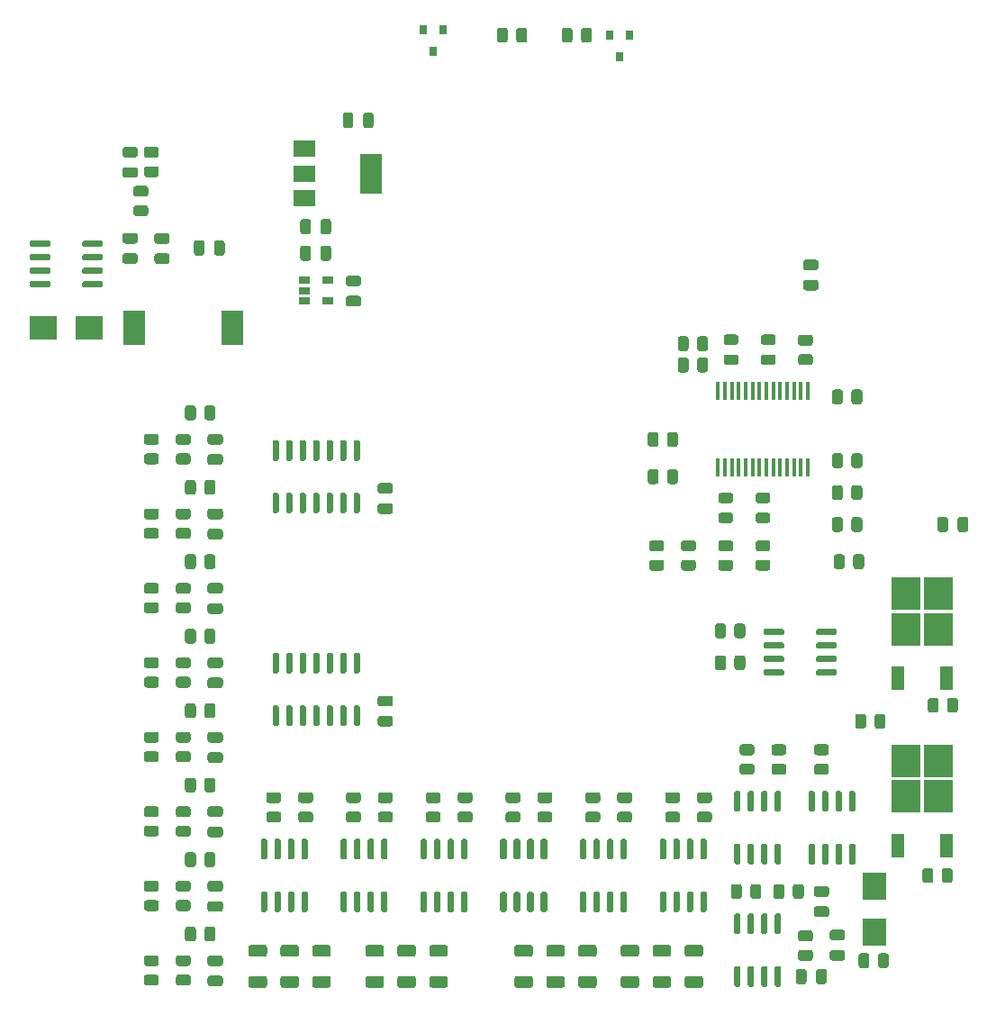
<source format=gtp>
G04 #@! TF.GenerationSoftware,KiCad,Pcbnew,5.1.10-88a1d61d58~90~ubuntu20.04.1*
G04 #@! TF.CreationDate,2021-11-01T21:41:42-04:00*
G04 #@! TF.ProjectId,control,636f6e74-726f-46c2-9e6b-696361645f70,rev?*
G04 #@! TF.SameCoordinates,Original*
G04 #@! TF.FileFunction,Paste,Top*
G04 #@! TF.FilePolarity,Positive*
%FSLAX46Y46*%
G04 Gerber Fmt 4.6, Leading zero omitted, Abs format (unit mm)*
G04 Created by KiCad (PCBNEW 5.1.10-88a1d61d58~90~ubuntu20.04.1) date 2021-11-01 21:41:42*
%MOMM*%
%LPD*%
G01*
G04 APERTURE LIST*
%ADD10R,2.750000X3.050000*%
%ADD11R,1.200000X2.200000*%
%ADD12R,2.300000X2.500000*%
%ADD13R,0.800000X0.900000*%
%ADD14R,0.450000X1.750000*%
%ADD15R,2.000000X1.500000*%
%ADD16R,2.000000X3.800000*%
%ADD17R,1.060000X0.650000*%
%ADD18R,2.000000X3.200000*%
%ADD19R,2.500000X2.300000*%
G04 APERTURE END LIST*
G36*
G01*
X97450001Y-51187500D02*
X96549999Y-51187500D01*
G75*
G02*
X96300000Y-50937501I0J249999D01*
G01*
X96300000Y-50412499D01*
G75*
G02*
X96549999Y-50162500I249999J0D01*
G01*
X97450001Y-50162500D01*
G75*
G02*
X97700000Y-50412499I0J-249999D01*
G01*
X97700000Y-50937501D01*
G75*
G02*
X97450001Y-51187500I-249999J0D01*
G01*
G37*
G36*
G01*
X97450001Y-53012500D02*
X96549999Y-53012500D01*
G75*
G02*
X96300000Y-52762501I0J249999D01*
G01*
X96300000Y-52237499D01*
G75*
G02*
X96549999Y-51987500I249999J0D01*
G01*
X97450001Y-51987500D01*
G75*
G02*
X97700000Y-52237499I0J-249999D01*
G01*
X97700000Y-52762501D01*
G75*
G02*
X97450001Y-53012500I-249999J0D01*
G01*
G37*
G36*
G01*
X83450001Y-70512500D02*
X82549999Y-70512500D01*
G75*
G02*
X82300000Y-70262501I0J249999D01*
G01*
X82300000Y-69737499D01*
G75*
G02*
X82549999Y-69487500I249999J0D01*
G01*
X83450001Y-69487500D01*
G75*
G02*
X83700000Y-69737499I0J-249999D01*
G01*
X83700000Y-70262501D01*
G75*
G02*
X83450001Y-70512500I-249999J0D01*
G01*
G37*
G36*
G01*
X83450001Y-72337500D02*
X82549999Y-72337500D01*
G75*
G02*
X82300000Y-72087501I0J249999D01*
G01*
X82300000Y-71562499D01*
G75*
G02*
X82549999Y-71312500I249999J0D01*
G01*
X83450001Y-71312500D01*
G75*
G02*
X83700000Y-71562499I0J-249999D01*
G01*
X83700000Y-72087501D01*
G75*
G02*
X83450001Y-72337500I-249999J0D01*
G01*
G37*
G36*
G01*
X83987500Y-63950001D02*
X83987500Y-63049999D01*
G75*
G02*
X84237499Y-62800000I249999J0D01*
G01*
X84762501Y-62800000D01*
G75*
G02*
X85012500Y-63049999I0J-249999D01*
G01*
X85012500Y-63950001D01*
G75*
G02*
X84762501Y-64200000I-249999J0D01*
G01*
X84237499Y-64200000D01*
G75*
G02*
X83987500Y-63950001I0J249999D01*
G01*
G37*
G36*
G01*
X82162500Y-63950001D02*
X82162500Y-63049999D01*
G75*
G02*
X82412499Y-62800000I249999J0D01*
G01*
X82937501Y-62800000D01*
G75*
G02*
X83187500Y-63049999I0J-249999D01*
G01*
X83187500Y-63950001D01*
G75*
G02*
X82937501Y-64200000I-249999J0D01*
G01*
X82412499Y-64200000D01*
G75*
G02*
X82162500Y-63950001I0J249999D01*
G01*
G37*
G36*
G01*
X83987500Y-60450001D02*
X83987500Y-59549999D01*
G75*
G02*
X84237499Y-59300000I249999J0D01*
G01*
X84762501Y-59300000D01*
G75*
G02*
X85012500Y-59549999I0J-249999D01*
G01*
X85012500Y-60450001D01*
G75*
G02*
X84762501Y-60700000I-249999J0D01*
G01*
X84237499Y-60700000D01*
G75*
G02*
X83987500Y-60450001I0J249999D01*
G01*
G37*
G36*
G01*
X82162500Y-60450001D02*
X82162500Y-59549999D01*
G75*
G02*
X82412499Y-59300000I249999J0D01*
G01*
X82937501Y-59300000D01*
G75*
G02*
X83187500Y-59549999I0J-249999D01*
G01*
X83187500Y-60450001D01*
G75*
G02*
X82937501Y-60700000I-249999J0D01*
G01*
X82412499Y-60700000D01*
G75*
G02*
X82162500Y-60450001I0J249999D01*
G01*
G37*
G36*
G01*
X86450001Y-70512500D02*
X85549999Y-70512500D01*
G75*
G02*
X85300000Y-70262501I0J249999D01*
G01*
X85300000Y-69737499D01*
G75*
G02*
X85549999Y-69487500I249999J0D01*
G01*
X86450001Y-69487500D01*
G75*
G02*
X86700000Y-69737499I0J-249999D01*
G01*
X86700000Y-70262501D01*
G75*
G02*
X86450001Y-70512500I-249999J0D01*
G01*
G37*
G36*
G01*
X86450001Y-72337500D02*
X85549999Y-72337500D01*
G75*
G02*
X85300000Y-72087501I0J249999D01*
G01*
X85300000Y-71562499D01*
G75*
G02*
X85549999Y-71312500I249999J0D01*
G01*
X86450001Y-71312500D01*
G75*
G02*
X86700000Y-71562499I0J-249999D01*
G01*
X86700000Y-72087501D01*
G75*
G02*
X86450001Y-72337500I-249999J0D01*
G01*
G37*
G36*
G01*
X101312500Y-68450001D02*
X101312500Y-67549999D01*
G75*
G02*
X101562499Y-67300000I249999J0D01*
G01*
X102087501Y-67300000D01*
G75*
G02*
X102337500Y-67549999I0J-249999D01*
G01*
X102337500Y-68450001D01*
G75*
G02*
X102087501Y-68700000I-249999J0D01*
G01*
X101562499Y-68700000D01*
G75*
G02*
X101312500Y-68450001I0J249999D01*
G01*
G37*
G36*
G01*
X99487500Y-68450001D02*
X99487500Y-67549999D01*
G75*
G02*
X99737499Y-67300000I249999J0D01*
G01*
X100262501Y-67300000D01*
G75*
G02*
X100512500Y-67549999I0J-249999D01*
G01*
X100512500Y-68450001D01*
G75*
G02*
X100262501Y-68700000I-249999J0D01*
G01*
X99737499Y-68700000D01*
G75*
G02*
X99487500Y-68450001I0J249999D01*
G01*
G37*
G36*
G01*
X81125001Y-108637500D02*
X79874999Y-108637500D01*
G75*
G02*
X79625000Y-108387501I0J249999D01*
G01*
X79625000Y-107762499D01*
G75*
G02*
X79874999Y-107512500I249999J0D01*
G01*
X81125001Y-107512500D01*
G75*
G02*
X81375000Y-107762499I0J-249999D01*
G01*
X81375000Y-108387501D01*
G75*
G02*
X81125001Y-108637500I-249999J0D01*
G01*
G37*
G36*
G01*
X81125001Y-111562500D02*
X79874999Y-111562500D01*
G75*
G02*
X79625000Y-111312501I0J249999D01*
G01*
X79625000Y-110687499D01*
G75*
G02*
X79874999Y-110437500I249999J0D01*
G01*
X81125001Y-110437500D01*
G75*
G02*
X81375000Y-110687499I0J-249999D01*
G01*
X81375000Y-111312501D01*
G75*
G02*
X81125001Y-111562500I-249999J0D01*
G01*
G37*
G36*
G01*
X54660000Y-85000000D02*
X54960000Y-85000000D01*
G75*
G02*
X55110000Y-85150000I0J-150000D01*
G01*
X55110000Y-86800000D01*
G75*
G02*
X54960000Y-86950000I-150000J0D01*
G01*
X54660000Y-86950000D01*
G75*
G02*
X54510000Y-86800000I0J150000D01*
G01*
X54510000Y-85150000D01*
G75*
G02*
X54660000Y-85000000I150000J0D01*
G01*
G37*
G36*
G01*
X53390000Y-85000000D02*
X53690000Y-85000000D01*
G75*
G02*
X53840000Y-85150000I0J-150000D01*
G01*
X53840000Y-86800000D01*
G75*
G02*
X53690000Y-86950000I-150000J0D01*
G01*
X53390000Y-86950000D01*
G75*
G02*
X53240000Y-86800000I0J150000D01*
G01*
X53240000Y-85150000D01*
G75*
G02*
X53390000Y-85000000I150000J0D01*
G01*
G37*
G36*
G01*
X52120000Y-85000000D02*
X52420000Y-85000000D01*
G75*
G02*
X52570000Y-85150000I0J-150000D01*
G01*
X52570000Y-86800000D01*
G75*
G02*
X52420000Y-86950000I-150000J0D01*
G01*
X52120000Y-86950000D01*
G75*
G02*
X51970000Y-86800000I0J150000D01*
G01*
X51970000Y-85150000D01*
G75*
G02*
X52120000Y-85000000I150000J0D01*
G01*
G37*
G36*
G01*
X50850000Y-85000000D02*
X51150000Y-85000000D01*
G75*
G02*
X51300000Y-85150000I0J-150000D01*
G01*
X51300000Y-86800000D01*
G75*
G02*
X51150000Y-86950000I-150000J0D01*
G01*
X50850000Y-86950000D01*
G75*
G02*
X50700000Y-86800000I0J150000D01*
G01*
X50700000Y-85150000D01*
G75*
G02*
X50850000Y-85000000I150000J0D01*
G01*
G37*
G36*
G01*
X49580000Y-85000000D02*
X49880000Y-85000000D01*
G75*
G02*
X50030000Y-85150000I0J-150000D01*
G01*
X50030000Y-86800000D01*
G75*
G02*
X49880000Y-86950000I-150000J0D01*
G01*
X49580000Y-86950000D01*
G75*
G02*
X49430000Y-86800000I0J150000D01*
G01*
X49430000Y-85150000D01*
G75*
G02*
X49580000Y-85000000I150000J0D01*
G01*
G37*
G36*
G01*
X48310000Y-85000000D02*
X48610000Y-85000000D01*
G75*
G02*
X48760000Y-85150000I0J-150000D01*
G01*
X48760000Y-86800000D01*
G75*
G02*
X48610000Y-86950000I-150000J0D01*
G01*
X48310000Y-86950000D01*
G75*
G02*
X48160000Y-86800000I0J150000D01*
G01*
X48160000Y-85150000D01*
G75*
G02*
X48310000Y-85000000I150000J0D01*
G01*
G37*
G36*
G01*
X47040000Y-85000000D02*
X47340000Y-85000000D01*
G75*
G02*
X47490000Y-85150000I0J-150000D01*
G01*
X47490000Y-86800000D01*
G75*
G02*
X47340000Y-86950000I-150000J0D01*
G01*
X47040000Y-86950000D01*
G75*
G02*
X46890000Y-86800000I0J150000D01*
G01*
X46890000Y-85150000D01*
G75*
G02*
X47040000Y-85000000I150000J0D01*
G01*
G37*
G36*
G01*
X47040000Y-80050000D02*
X47340000Y-80050000D01*
G75*
G02*
X47490000Y-80200000I0J-150000D01*
G01*
X47490000Y-81850000D01*
G75*
G02*
X47340000Y-82000000I-150000J0D01*
G01*
X47040000Y-82000000D01*
G75*
G02*
X46890000Y-81850000I0J150000D01*
G01*
X46890000Y-80200000D01*
G75*
G02*
X47040000Y-80050000I150000J0D01*
G01*
G37*
G36*
G01*
X48310000Y-80050000D02*
X48610000Y-80050000D01*
G75*
G02*
X48760000Y-80200000I0J-150000D01*
G01*
X48760000Y-81850000D01*
G75*
G02*
X48610000Y-82000000I-150000J0D01*
G01*
X48310000Y-82000000D01*
G75*
G02*
X48160000Y-81850000I0J150000D01*
G01*
X48160000Y-80200000D01*
G75*
G02*
X48310000Y-80050000I150000J0D01*
G01*
G37*
G36*
G01*
X49580000Y-80050000D02*
X49880000Y-80050000D01*
G75*
G02*
X50030000Y-80200000I0J-150000D01*
G01*
X50030000Y-81850000D01*
G75*
G02*
X49880000Y-82000000I-150000J0D01*
G01*
X49580000Y-82000000D01*
G75*
G02*
X49430000Y-81850000I0J150000D01*
G01*
X49430000Y-80200000D01*
G75*
G02*
X49580000Y-80050000I150000J0D01*
G01*
G37*
G36*
G01*
X50850000Y-80050000D02*
X51150000Y-80050000D01*
G75*
G02*
X51300000Y-80200000I0J-150000D01*
G01*
X51300000Y-81850000D01*
G75*
G02*
X51150000Y-82000000I-150000J0D01*
G01*
X50850000Y-82000000D01*
G75*
G02*
X50700000Y-81850000I0J150000D01*
G01*
X50700000Y-80200000D01*
G75*
G02*
X50850000Y-80050000I150000J0D01*
G01*
G37*
G36*
G01*
X52120000Y-80050000D02*
X52420000Y-80050000D01*
G75*
G02*
X52570000Y-80200000I0J-150000D01*
G01*
X52570000Y-81850000D01*
G75*
G02*
X52420000Y-82000000I-150000J0D01*
G01*
X52120000Y-82000000D01*
G75*
G02*
X51970000Y-81850000I0J150000D01*
G01*
X51970000Y-80200000D01*
G75*
G02*
X52120000Y-80050000I150000J0D01*
G01*
G37*
G36*
G01*
X53390000Y-80050000D02*
X53690000Y-80050000D01*
G75*
G02*
X53840000Y-80200000I0J-150000D01*
G01*
X53840000Y-81850000D01*
G75*
G02*
X53690000Y-82000000I-150000J0D01*
G01*
X53390000Y-82000000D01*
G75*
G02*
X53240000Y-81850000I0J150000D01*
G01*
X53240000Y-80200000D01*
G75*
G02*
X53390000Y-80050000I150000J0D01*
G01*
G37*
G36*
G01*
X54660000Y-80050000D02*
X54960000Y-80050000D01*
G75*
G02*
X55110000Y-80200000I0J-150000D01*
G01*
X55110000Y-81850000D01*
G75*
G02*
X54960000Y-82000000I-150000J0D01*
G01*
X54660000Y-82000000D01*
G75*
G02*
X54510000Y-81850000I0J150000D01*
G01*
X54510000Y-80200000D01*
G75*
G02*
X54660000Y-80050000I150000J0D01*
G01*
G37*
G36*
G01*
X54660000Y-65000000D02*
X54960000Y-65000000D01*
G75*
G02*
X55110000Y-65150000I0J-150000D01*
G01*
X55110000Y-66800000D01*
G75*
G02*
X54960000Y-66950000I-150000J0D01*
G01*
X54660000Y-66950000D01*
G75*
G02*
X54510000Y-66800000I0J150000D01*
G01*
X54510000Y-65150000D01*
G75*
G02*
X54660000Y-65000000I150000J0D01*
G01*
G37*
G36*
G01*
X53390000Y-65000000D02*
X53690000Y-65000000D01*
G75*
G02*
X53840000Y-65150000I0J-150000D01*
G01*
X53840000Y-66800000D01*
G75*
G02*
X53690000Y-66950000I-150000J0D01*
G01*
X53390000Y-66950000D01*
G75*
G02*
X53240000Y-66800000I0J150000D01*
G01*
X53240000Y-65150000D01*
G75*
G02*
X53390000Y-65000000I150000J0D01*
G01*
G37*
G36*
G01*
X52120000Y-65000000D02*
X52420000Y-65000000D01*
G75*
G02*
X52570000Y-65150000I0J-150000D01*
G01*
X52570000Y-66800000D01*
G75*
G02*
X52420000Y-66950000I-150000J0D01*
G01*
X52120000Y-66950000D01*
G75*
G02*
X51970000Y-66800000I0J150000D01*
G01*
X51970000Y-65150000D01*
G75*
G02*
X52120000Y-65000000I150000J0D01*
G01*
G37*
G36*
G01*
X50850000Y-65000000D02*
X51150000Y-65000000D01*
G75*
G02*
X51300000Y-65150000I0J-150000D01*
G01*
X51300000Y-66800000D01*
G75*
G02*
X51150000Y-66950000I-150000J0D01*
G01*
X50850000Y-66950000D01*
G75*
G02*
X50700000Y-66800000I0J150000D01*
G01*
X50700000Y-65150000D01*
G75*
G02*
X50850000Y-65000000I150000J0D01*
G01*
G37*
G36*
G01*
X49580000Y-65000000D02*
X49880000Y-65000000D01*
G75*
G02*
X50030000Y-65150000I0J-150000D01*
G01*
X50030000Y-66800000D01*
G75*
G02*
X49880000Y-66950000I-150000J0D01*
G01*
X49580000Y-66950000D01*
G75*
G02*
X49430000Y-66800000I0J150000D01*
G01*
X49430000Y-65150000D01*
G75*
G02*
X49580000Y-65000000I150000J0D01*
G01*
G37*
G36*
G01*
X48310000Y-65000000D02*
X48610000Y-65000000D01*
G75*
G02*
X48760000Y-65150000I0J-150000D01*
G01*
X48760000Y-66800000D01*
G75*
G02*
X48610000Y-66950000I-150000J0D01*
G01*
X48310000Y-66950000D01*
G75*
G02*
X48160000Y-66800000I0J150000D01*
G01*
X48160000Y-65150000D01*
G75*
G02*
X48310000Y-65000000I150000J0D01*
G01*
G37*
G36*
G01*
X47040000Y-65000000D02*
X47340000Y-65000000D01*
G75*
G02*
X47490000Y-65150000I0J-150000D01*
G01*
X47490000Y-66800000D01*
G75*
G02*
X47340000Y-66950000I-150000J0D01*
G01*
X47040000Y-66950000D01*
G75*
G02*
X46890000Y-66800000I0J150000D01*
G01*
X46890000Y-65150000D01*
G75*
G02*
X47040000Y-65000000I150000J0D01*
G01*
G37*
G36*
G01*
X47040000Y-60050000D02*
X47340000Y-60050000D01*
G75*
G02*
X47490000Y-60200000I0J-150000D01*
G01*
X47490000Y-61850000D01*
G75*
G02*
X47340000Y-62000000I-150000J0D01*
G01*
X47040000Y-62000000D01*
G75*
G02*
X46890000Y-61850000I0J150000D01*
G01*
X46890000Y-60200000D01*
G75*
G02*
X47040000Y-60050000I150000J0D01*
G01*
G37*
G36*
G01*
X48310000Y-60050000D02*
X48610000Y-60050000D01*
G75*
G02*
X48760000Y-60200000I0J-150000D01*
G01*
X48760000Y-61850000D01*
G75*
G02*
X48610000Y-62000000I-150000J0D01*
G01*
X48310000Y-62000000D01*
G75*
G02*
X48160000Y-61850000I0J150000D01*
G01*
X48160000Y-60200000D01*
G75*
G02*
X48310000Y-60050000I150000J0D01*
G01*
G37*
G36*
G01*
X49580000Y-60050000D02*
X49880000Y-60050000D01*
G75*
G02*
X50030000Y-60200000I0J-150000D01*
G01*
X50030000Y-61850000D01*
G75*
G02*
X49880000Y-62000000I-150000J0D01*
G01*
X49580000Y-62000000D01*
G75*
G02*
X49430000Y-61850000I0J150000D01*
G01*
X49430000Y-60200000D01*
G75*
G02*
X49580000Y-60050000I150000J0D01*
G01*
G37*
G36*
G01*
X50850000Y-60050000D02*
X51150000Y-60050000D01*
G75*
G02*
X51300000Y-60200000I0J-150000D01*
G01*
X51300000Y-61850000D01*
G75*
G02*
X51150000Y-62000000I-150000J0D01*
G01*
X50850000Y-62000000D01*
G75*
G02*
X50700000Y-61850000I0J150000D01*
G01*
X50700000Y-60200000D01*
G75*
G02*
X50850000Y-60050000I150000J0D01*
G01*
G37*
G36*
G01*
X52120000Y-60050000D02*
X52420000Y-60050000D01*
G75*
G02*
X52570000Y-60200000I0J-150000D01*
G01*
X52570000Y-61850000D01*
G75*
G02*
X52420000Y-62000000I-150000J0D01*
G01*
X52120000Y-62000000D01*
G75*
G02*
X51970000Y-61850000I0J150000D01*
G01*
X51970000Y-60200000D01*
G75*
G02*
X52120000Y-60050000I150000J0D01*
G01*
G37*
G36*
G01*
X53390000Y-60050000D02*
X53690000Y-60050000D01*
G75*
G02*
X53840000Y-60200000I0J-150000D01*
G01*
X53840000Y-61850000D01*
G75*
G02*
X53690000Y-62000000I-150000J0D01*
G01*
X53390000Y-62000000D01*
G75*
G02*
X53240000Y-61850000I0J150000D01*
G01*
X53240000Y-60200000D01*
G75*
G02*
X53390000Y-60050000I150000J0D01*
G01*
G37*
G36*
G01*
X54660000Y-60050000D02*
X54960000Y-60050000D01*
G75*
G02*
X55110000Y-60200000I0J-150000D01*
G01*
X55110000Y-61850000D01*
G75*
G02*
X54960000Y-62000000I-150000J0D01*
G01*
X54660000Y-62000000D01*
G75*
G02*
X54510000Y-61850000I0J150000D01*
G01*
X54510000Y-60200000D01*
G75*
G02*
X54660000Y-60050000I150000J0D01*
G01*
G37*
G36*
G01*
X98000000Y-78245000D02*
X98000000Y-77945000D01*
G75*
G02*
X98150000Y-77795000I150000J0D01*
G01*
X99800000Y-77795000D01*
G75*
G02*
X99950000Y-77945000I0J-150000D01*
G01*
X99950000Y-78245000D01*
G75*
G02*
X99800000Y-78395000I-150000J0D01*
G01*
X98150000Y-78395000D01*
G75*
G02*
X98000000Y-78245000I0J150000D01*
G01*
G37*
G36*
G01*
X98000000Y-79515000D02*
X98000000Y-79215000D01*
G75*
G02*
X98150000Y-79065000I150000J0D01*
G01*
X99800000Y-79065000D01*
G75*
G02*
X99950000Y-79215000I0J-150000D01*
G01*
X99950000Y-79515000D01*
G75*
G02*
X99800000Y-79665000I-150000J0D01*
G01*
X98150000Y-79665000D01*
G75*
G02*
X98000000Y-79515000I0J150000D01*
G01*
G37*
G36*
G01*
X98000000Y-80785000D02*
X98000000Y-80485000D01*
G75*
G02*
X98150000Y-80335000I150000J0D01*
G01*
X99800000Y-80335000D01*
G75*
G02*
X99950000Y-80485000I0J-150000D01*
G01*
X99950000Y-80785000D01*
G75*
G02*
X99800000Y-80935000I-150000J0D01*
G01*
X98150000Y-80935000D01*
G75*
G02*
X98000000Y-80785000I0J150000D01*
G01*
G37*
G36*
G01*
X98000000Y-82055000D02*
X98000000Y-81755000D01*
G75*
G02*
X98150000Y-81605000I150000J0D01*
G01*
X99800000Y-81605000D01*
G75*
G02*
X99950000Y-81755000I0J-150000D01*
G01*
X99950000Y-82055000D01*
G75*
G02*
X99800000Y-82205000I-150000J0D01*
G01*
X98150000Y-82205000D01*
G75*
G02*
X98000000Y-82055000I0J150000D01*
G01*
G37*
G36*
G01*
X93050000Y-82055000D02*
X93050000Y-81755000D01*
G75*
G02*
X93200000Y-81605000I150000J0D01*
G01*
X94850000Y-81605000D01*
G75*
G02*
X95000000Y-81755000I0J-150000D01*
G01*
X95000000Y-82055000D01*
G75*
G02*
X94850000Y-82205000I-150000J0D01*
G01*
X93200000Y-82205000D01*
G75*
G02*
X93050000Y-82055000I0J150000D01*
G01*
G37*
G36*
G01*
X93050000Y-80785000D02*
X93050000Y-80485000D01*
G75*
G02*
X93200000Y-80335000I150000J0D01*
G01*
X94850000Y-80335000D01*
G75*
G02*
X95000000Y-80485000I0J-150000D01*
G01*
X95000000Y-80785000D01*
G75*
G02*
X94850000Y-80935000I-150000J0D01*
G01*
X93200000Y-80935000D01*
G75*
G02*
X93050000Y-80785000I0J150000D01*
G01*
G37*
G36*
G01*
X93050000Y-79515000D02*
X93050000Y-79215000D01*
G75*
G02*
X93200000Y-79065000I150000J0D01*
G01*
X94850000Y-79065000D01*
G75*
G02*
X95000000Y-79215000I0J-150000D01*
G01*
X95000000Y-79515000D01*
G75*
G02*
X94850000Y-79665000I-150000J0D01*
G01*
X93200000Y-79665000D01*
G75*
G02*
X93050000Y-79515000I0J150000D01*
G01*
G37*
G36*
G01*
X93050000Y-78245000D02*
X93050000Y-77945000D01*
G75*
G02*
X93200000Y-77795000I150000J0D01*
G01*
X94850000Y-77795000D01*
G75*
G02*
X95000000Y-77945000I0J-150000D01*
G01*
X95000000Y-78245000D01*
G75*
G02*
X94850000Y-78395000I-150000J0D01*
G01*
X93200000Y-78395000D01*
G75*
G02*
X93050000Y-78245000I0J150000D01*
G01*
G37*
G36*
G01*
X94255000Y-98000000D02*
X94555000Y-98000000D01*
G75*
G02*
X94705000Y-98150000I0J-150000D01*
G01*
X94705000Y-99800000D01*
G75*
G02*
X94555000Y-99950000I-150000J0D01*
G01*
X94255000Y-99950000D01*
G75*
G02*
X94105000Y-99800000I0J150000D01*
G01*
X94105000Y-98150000D01*
G75*
G02*
X94255000Y-98000000I150000J0D01*
G01*
G37*
G36*
G01*
X92985000Y-98000000D02*
X93285000Y-98000000D01*
G75*
G02*
X93435000Y-98150000I0J-150000D01*
G01*
X93435000Y-99800000D01*
G75*
G02*
X93285000Y-99950000I-150000J0D01*
G01*
X92985000Y-99950000D01*
G75*
G02*
X92835000Y-99800000I0J150000D01*
G01*
X92835000Y-98150000D01*
G75*
G02*
X92985000Y-98000000I150000J0D01*
G01*
G37*
G36*
G01*
X91715000Y-98000000D02*
X92015000Y-98000000D01*
G75*
G02*
X92165000Y-98150000I0J-150000D01*
G01*
X92165000Y-99800000D01*
G75*
G02*
X92015000Y-99950000I-150000J0D01*
G01*
X91715000Y-99950000D01*
G75*
G02*
X91565000Y-99800000I0J150000D01*
G01*
X91565000Y-98150000D01*
G75*
G02*
X91715000Y-98000000I150000J0D01*
G01*
G37*
G36*
G01*
X90445000Y-98000000D02*
X90745000Y-98000000D01*
G75*
G02*
X90895000Y-98150000I0J-150000D01*
G01*
X90895000Y-99800000D01*
G75*
G02*
X90745000Y-99950000I-150000J0D01*
G01*
X90445000Y-99950000D01*
G75*
G02*
X90295000Y-99800000I0J150000D01*
G01*
X90295000Y-98150000D01*
G75*
G02*
X90445000Y-98000000I150000J0D01*
G01*
G37*
G36*
G01*
X90445000Y-93050000D02*
X90745000Y-93050000D01*
G75*
G02*
X90895000Y-93200000I0J-150000D01*
G01*
X90895000Y-94850000D01*
G75*
G02*
X90745000Y-95000000I-150000J0D01*
G01*
X90445000Y-95000000D01*
G75*
G02*
X90295000Y-94850000I0J150000D01*
G01*
X90295000Y-93200000D01*
G75*
G02*
X90445000Y-93050000I150000J0D01*
G01*
G37*
G36*
G01*
X91715000Y-93050000D02*
X92015000Y-93050000D01*
G75*
G02*
X92165000Y-93200000I0J-150000D01*
G01*
X92165000Y-94850000D01*
G75*
G02*
X92015000Y-95000000I-150000J0D01*
G01*
X91715000Y-95000000D01*
G75*
G02*
X91565000Y-94850000I0J150000D01*
G01*
X91565000Y-93200000D01*
G75*
G02*
X91715000Y-93050000I150000J0D01*
G01*
G37*
G36*
G01*
X92985000Y-93050000D02*
X93285000Y-93050000D01*
G75*
G02*
X93435000Y-93200000I0J-150000D01*
G01*
X93435000Y-94850000D01*
G75*
G02*
X93285000Y-95000000I-150000J0D01*
G01*
X92985000Y-95000000D01*
G75*
G02*
X92835000Y-94850000I0J150000D01*
G01*
X92835000Y-93200000D01*
G75*
G02*
X92985000Y-93050000I150000J0D01*
G01*
G37*
G36*
G01*
X94255000Y-93050000D02*
X94555000Y-93050000D01*
G75*
G02*
X94705000Y-93200000I0J-150000D01*
G01*
X94705000Y-94850000D01*
G75*
G02*
X94555000Y-95000000I-150000J0D01*
G01*
X94255000Y-95000000D01*
G75*
G02*
X94105000Y-94850000I0J150000D01*
G01*
X94105000Y-93200000D01*
G75*
G02*
X94255000Y-93050000I150000J0D01*
G01*
G37*
G36*
G01*
X97745000Y-95000000D02*
X97445000Y-95000000D01*
G75*
G02*
X97295000Y-94850000I0J150000D01*
G01*
X97295000Y-93200000D01*
G75*
G02*
X97445000Y-93050000I150000J0D01*
G01*
X97745000Y-93050000D01*
G75*
G02*
X97895000Y-93200000I0J-150000D01*
G01*
X97895000Y-94850000D01*
G75*
G02*
X97745000Y-95000000I-150000J0D01*
G01*
G37*
G36*
G01*
X99015000Y-95000000D02*
X98715000Y-95000000D01*
G75*
G02*
X98565000Y-94850000I0J150000D01*
G01*
X98565000Y-93200000D01*
G75*
G02*
X98715000Y-93050000I150000J0D01*
G01*
X99015000Y-93050000D01*
G75*
G02*
X99165000Y-93200000I0J-150000D01*
G01*
X99165000Y-94850000D01*
G75*
G02*
X99015000Y-95000000I-150000J0D01*
G01*
G37*
G36*
G01*
X100285000Y-95000000D02*
X99985000Y-95000000D01*
G75*
G02*
X99835000Y-94850000I0J150000D01*
G01*
X99835000Y-93200000D01*
G75*
G02*
X99985000Y-93050000I150000J0D01*
G01*
X100285000Y-93050000D01*
G75*
G02*
X100435000Y-93200000I0J-150000D01*
G01*
X100435000Y-94850000D01*
G75*
G02*
X100285000Y-95000000I-150000J0D01*
G01*
G37*
G36*
G01*
X101555000Y-95000000D02*
X101255000Y-95000000D01*
G75*
G02*
X101105000Y-94850000I0J150000D01*
G01*
X101105000Y-93200000D01*
G75*
G02*
X101255000Y-93050000I150000J0D01*
G01*
X101555000Y-93050000D01*
G75*
G02*
X101705000Y-93200000I0J-150000D01*
G01*
X101705000Y-94850000D01*
G75*
G02*
X101555000Y-95000000I-150000J0D01*
G01*
G37*
G36*
G01*
X101555000Y-99950000D02*
X101255000Y-99950000D01*
G75*
G02*
X101105000Y-99800000I0J150000D01*
G01*
X101105000Y-98150000D01*
G75*
G02*
X101255000Y-98000000I150000J0D01*
G01*
X101555000Y-98000000D01*
G75*
G02*
X101705000Y-98150000I0J-150000D01*
G01*
X101705000Y-99800000D01*
G75*
G02*
X101555000Y-99950000I-150000J0D01*
G01*
G37*
G36*
G01*
X100285000Y-99950000D02*
X99985000Y-99950000D01*
G75*
G02*
X99835000Y-99800000I0J150000D01*
G01*
X99835000Y-98150000D01*
G75*
G02*
X99985000Y-98000000I150000J0D01*
G01*
X100285000Y-98000000D01*
G75*
G02*
X100435000Y-98150000I0J-150000D01*
G01*
X100435000Y-99800000D01*
G75*
G02*
X100285000Y-99950000I-150000J0D01*
G01*
G37*
G36*
G01*
X99015000Y-99950000D02*
X98715000Y-99950000D01*
G75*
G02*
X98565000Y-99800000I0J150000D01*
G01*
X98565000Y-98150000D01*
G75*
G02*
X98715000Y-98000000I150000J0D01*
G01*
X99015000Y-98000000D01*
G75*
G02*
X99165000Y-98150000I0J-150000D01*
G01*
X99165000Y-99800000D01*
G75*
G02*
X99015000Y-99950000I-150000J0D01*
G01*
G37*
G36*
G01*
X97745000Y-99950000D02*
X97445000Y-99950000D01*
G75*
G02*
X97295000Y-99800000I0J150000D01*
G01*
X97295000Y-98150000D01*
G75*
G02*
X97445000Y-98000000I150000J0D01*
G01*
X97745000Y-98000000D01*
G75*
G02*
X97895000Y-98150000I0J-150000D01*
G01*
X97895000Y-99800000D01*
G75*
G02*
X97745000Y-99950000I-150000J0D01*
G01*
G37*
G36*
G01*
X109012500Y-100549999D02*
X109012500Y-101450001D01*
G75*
G02*
X108762501Y-101700000I-249999J0D01*
G01*
X108237499Y-101700000D01*
G75*
G02*
X107987500Y-101450001I0J249999D01*
G01*
X107987500Y-100549999D01*
G75*
G02*
X108237499Y-100300000I249999J0D01*
G01*
X108762501Y-100300000D01*
G75*
G02*
X109012500Y-100549999I0J-249999D01*
G01*
G37*
G36*
G01*
X110837500Y-100549999D02*
X110837500Y-101450001D01*
G75*
G02*
X110587501Y-101700000I-249999J0D01*
G01*
X110062499Y-101700000D01*
G75*
G02*
X109812500Y-101450001I0J249999D01*
G01*
X109812500Y-100549999D01*
G75*
G02*
X110062499Y-100300000I249999J0D01*
G01*
X110587501Y-100300000D01*
G75*
G02*
X110837500Y-100549999I0J-249999D01*
G01*
G37*
G36*
G01*
X103487500Y-86950001D02*
X103487500Y-86049999D01*
G75*
G02*
X103737499Y-85800000I249999J0D01*
G01*
X104262501Y-85800000D01*
G75*
G02*
X104512500Y-86049999I0J-249999D01*
G01*
X104512500Y-86950001D01*
G75*
G02*
X104262501Y-87200000I-249999J0D01*
G01*
X103737499Y-87200000D01*
G75*
G02*
X103487500Y-86950001I0J249999D01*
G01*
G37*
G36*
G01*
X101662500Y-86950001D02*
X101662500Y-86049999D01*
G75*
G02*
X101912499Y-85800000I249999J0D01*
G01*
X102437501Y-85800000D01*
G75*
G02*
X102687500Y-86049999I0J-249999D01*
G01*
X102687500Y-86950001D01*
G75*
G02*
X102437501Y-87200000I-249999J0D01*
G01*
X101912499Y-87200000D01*
G75*
G02*
X101662500Y-86950001I0J249999D01*
G01*
G37*
G36*
G01*
X89512500Y-80549999D02*
X89512500Y-81450001D01*
G75*
G02*
X89262501Y-81700000I-249999J0D01*
G01*
X88737499Y-81700000D01*
G75*
G02*
X88487500Y-81450001I0J249999D01*
G01*
X88487500Y-80549999D01*
G75*
G02*
X88737499Y-80300000I249999J0D01*
G01*
X89262501Y-80300000D01*
G75*
G02*
X89512500Y-80549999I0J-249999D01*
G01*
G37*
G36*
G01*
X91337500Y-80549999D02*
X91337500Y-81450001D01*
G75*
G02*
X91087501Y-81700000I-249999J0D01*
G01*
X90562499Y-81700000D01*
G75*
G02*
X90312500Y-81450001I0J249999D01*
G01*
X90312500Y-80549999D01*
G75*
G02*
X90562499Y-80300000I249999J0D01*
G01*
X91087501Y-80300000D01*
G75*
G02*
X91337500Y-80549999I0J-249999D01*
G01*
G37*
G36*
G01*
X91950001Y-89687500D02*
X91049999Y-89687500D01*
G75*
G02*
X90800000Y-89437501I0J249999D01*
G01*
X90800000Y-88912499D01*
G75*
G02*
X91049999Y-88662500I249999J0D01*
G01*
X91950001Y-88662500D01*
G75*
G02*
X92200000Y-88912499I0J-249999D01*
G01*
X92200000Y-89437501D01*
G75*
G02*
X91950001Y-89687500I-249999J0D01*
G01*
G37*
G36*
G01*
X91950001Y-91512500D02*
X91049999Y-91512500D01*
G75*
G02*
X90800000Y-91262501I0J249999D01*
G01*
X90800000Y-90737499D01*
G75*
G02*
X91049999Y-90487500I249999J0D01*
G01*
X91950001Y-90487500D01*
G75*
G02*
X92200000Y-90737499I0J-249999D01*
G01*
X92200000Y-91262501D01*
G75*
G02*
X91950001Y-91512500I-249999J0D01*
G01*
G37*
G36*
G01*
X109512500Y-84549999D02*
X109512500Y-85450001D01*
G75*
G02*
X109262501Y-85700000I-249999J0D01*
G01*
X108737499Y-85700000D01*
G75*
G02*
X108487500Y-85450001I0J249999D01*
G01*
X108487500Y-84549999D01*
G75*
G02*
X108737499Y-84300000I249999J0D01*
G01*
X109262501Y-84300000D01*
G75*
G02*
X109512500Y-84549999I0J-249999D01*
G01*
G37*
G36*
G01*
X111337500Y-84549999D02*
X111337500Y-85450001D01*
G75*
G02*
X111087501Y-85700000I-249999J0D01*
G01*
X110562499Y-85700000D01*
G75*
G02*
X110312500Y-85450001I0J249999D01*
G01*
X110312500Y-84549999D01*
G75*
G02*
X110562499Y-84300000I249999J0D01*
G01*
X111087501Y-84300000D01*
G75*
G02*
X111337500Y-84549999I0J-249999D01*
G01*
G37*
G36*
G01*
X101487500Y-71950001D02*
X101487500Y-71049999D01*
G75*
G02*
X101737499Y-70800000I249999J0D01*
G01*
X102262501Y-70800000D01*
G75*
G02*
X102512500Y-71049999I0J-249999D01*
G01*
X102512500Y-71950001D01*
G75*
G02*
X102262501Y-72200000I-249999J0D01*
G01*
X101737499Y-72200000D01*
G75*
G02*
X101487500Y-71950001I0J249999D01*
G01*
G37*
G36*
G01*
X99662500Y-71950001D02*
X99662500Y-71049999D01*
G75*
G02*
X99912499Y-70800000I249999J0D01*
G01*
X100437501Y-70800000D01*
G75*
G02*
X100687500Y-71049999I0J-249999D01*
G01*
X100687500Y-71950001D01*
G75*
G02*
X100437501Y-72200000I-249999J0D01*
G01*
X99912499Y-72200000D01*
G75*
G02*
X99662500Y-71950001I0J249999D01*
G01*
G37*
G36*
G01*
X94950001Y-89687500D02*
X94049999Y-89687500D01*
G75*
G02*
X93800000Y-89437501I0J249999D01*
G01*
X93800000Y-88912499D01*
G75*
G02*
X94049999Y-88662500I249999J0D01*
G01*
X94950001Y-88662500D01*
G75*
G02*
X95200000Y-88912499I0J-249999D01*
G01*
X95200000Y-89437501D01*
G75*
G02*
X94950001Y-89687500I-249999J0D01*
G01*
G37*
G36*
G01*
X94950001Y-91512500D02*
X94049999Y-91512500D01*
G75*
G02*
X93800000Y-91262501I0J249999D01*
G01*
X93800000Y-90737499D01*
G75*
G02*
X94049999Y-90487500I249999J0D01*
G01*
X94950001Y-90487500D01*
G75*
G02*
X95200000Y-90737499I0J-249999D01*
G01*
X95200000Y-91262501D01*
G75*
G02*
X94950001Y-91512500I-249999J0D01*
G01*
G37*
G36*
G01*
X98950001Y-89687500D02*
X98049999Y-89687500D01*
G75*
G02*
X97800000Y-89437501I0J249999D01*
G01*
X97800000Y-88912499D01*
G75*
G02*
X98049999Y-88662500I249999J0D01*
G01*
X98950001Y-88662500D01*
G75*
G02*
X99200000Y-88912499I0J-249999D01*
G01*
X99200000Y-89437501D01*
G75*
G02*
X98950001Y-89687500I-249999J0D01*
G01*
G37*
G36*
G01*
X98950001Y-91512500D02*
X98049999Y-91512500D01*
G75*
G02*
X97800000Y-91262501I0J249999D01*
G01*
X97800000Y-90737499D01*
G75*
G02*
X98049999Y-90487500I249999J0D01*
G01*
X98950001Y-90487500D01*
G75*
G02*
X99200000Y-90737499I0J-249999D01*
G01*
X99200000Y-91262501D01*
G75*
G02*
X98950001Y-91512500I-249999J0D01*
G01*
G37*
G36*
G01*
X89512500Y-77549999D02*
X89512500Y-78450001D01*
G75*
G02*
X89262501Y-78700000I-249999J0D01*
G01*
X88737499Y-78700000D01*
G75*
G02*
X88487500Y-78450001I0J249999D01*
G01*
X88487500Y-77549999D01*
G75*
G02*
X88737499Y-77300000I249999J0D01*
G01*
X89262501Y-77300000D01*
G75*
G02*
X89512500Y-77549999I0J-249999D01*
G01*
G37*
G36*
G01*
X91337500Y-77549999D02*
X91337500Y-78450001D01*
G75*
G02*
X91087501Y-78700000I-249999J0D01*
G01*
X90562499Y-78700000D01*
G75*
G02*
X90312500Y-78450001I0J249999D01*
G01*
X90312500Y-77549999D01*
G75*
G02*
X90562499Y-77300000I249999J0D01*
G01*
X91087501Y-77300000D01*
G75*
G02*
X91337500Y-77549999I0J-249999D01*
G01*
G37*
D10*
X109525000Y-93575000D03*
X106475000Y-90225000D03*
X106475000Y-93575000D03*
X109525000Y-90225000D03*
D11*
X110280000Y-98200000D03*
X105720000Y-98200000D03*
D10*
X109525000Y-77850000D03*
X106475000Y-74500000D03*
X106475000Y-77850000D03*
X109525000Y-74500000D03*
D11*
X110280000Y-82475000D03*
X105720000Y-82475000D03*
G36*
G01*
X98000000Y-110975000D02*
X98000000Y-110025000D01*
G75*
G02*
X98250000Y-109775000I250000J0D01*
G01*
X98750000Y-109775000D01*
G75*
G02*
X99000000Y-110025000I0J-250000D01*
G01*
X99000000Y-110975000D01*
G75*
G02*
X98750000Y-111225000I-250000J0D01*
G01*
X98250000Y-111225000D01*
G75*
G02*
X98000000Y-110975000I0J250000D01*
G01*
G37*
G36*
G01*
X96100000Y-110975000D02*
X96100000Y-110025000D01*
G75*
G02*
X96350000Y-109775000I250000J0D01*
G01*
X96850000Y-109775000D01*
G75*
G02*
X97100000Y-110025000I0J-250000D01*
G01*
X97100000Y-110975000D01*
G75*
G02*
X96850000Y-111225000I-250000J0D01*
G01*
X96350000Y-111225000D01*
G75*
G02*
X96100000Y-110975000I0J250000D01*
G01*
G37*
G36*
G01*
X94255000Y-109500000D02*
X94555000Y-109500000D01*
G75*
G02*
X94705000Y-109650000I0J-150000D01*
G01*
X94705000Y-111300000D01*
G75*
G02*
X94555000Y-111450000I-150000J0D01*
G01*
X94255000Y-111450000D01*
G75*
G02*
X94105000Y-111300000I0J150000D01*
G01*
X94105000Y-109650000D01*
G75*
G02*
X94255000Y-109500000I150000J0D01*
G01*
G37*
G36*
G01*
X92985000Y-109500000D02*
X93285000Y-109500000D01*
G75*
G02*
X93435000Y-109650000I0J-150000D01*
G01*
X93435000Y-111300000D01*
G75*
G02*
X93285000Y-111450000I-150000J0D01*
G01*
X92985000Y-111450000D01*
G75*
G02*
X92835000Y-111300000I0J150000D01*
G01*
X92835000Y-109650000D01*
G75*
G02*
X92985000Y-109500000I150000J0D01*
G01*
G37*
G36*
G01*
X91715000Y-109500000D02*
X92015000Y-109500000D01*
G75*
G02*
X92165000Y-109650000I0J-150000D01*
G01*
X92165000Y-111300000D01*
G75*
G02*
X92015000Y-111450000I-150000J0D01*
G01*
X91715000Y-111450000D01*
G75*
G02*
X91565000Y-111300000I0J150000D01*
G01*
X91565000Y-109650000D01*
G75*
G02*
X91715000Y-109500000I150000J0D01*
G01*
G37*
G36*
G01*
X90445000Y-109500000D02*
X90745000Y-109500000D01*
G75*
G02*
X90895000Y-109650000I0J-150000D01*
G01*
X90895000Y-111300000D01*
G75*
G02*
X90745000Y-111450000I-150000J0D01*
G01*
X90445000Y-111450000D01*
G75*
G02*
X90295000Y-111300000I0J150000D01*
G01*
X90295000Y-109650000D01*
G75*
G02*
X90445000Y-109500000I150000J0D01*
G01*
G37*
G36*
G01*
X90445000Y-104550000D02*
X90745000Y-104550000D01*
G75*
G02*
X90895000Y-104700000I0J-150000D01*
G01*
X90895000Y-106350000D01*
G75*
G02*
X90745000Y-106500000I-150000J0D01*
G01*
X90445000Y-106500000D01*
G75*
G02*
X90295000Y-106350000I0J150000D01*
G01*
X90295000Y-104700000D01*
G75*
G02*
X90445000Y-104550000I150000J0D01*
G01*
G37*
G36*
G01*
X91715000Y-104550000D02*
X92015000Y-104550000D01*
G75*
G02*
X92165000Y-104700000I0J-150000D01*
G01*
X92165000Y-106350000D01*
G75*
G02*
X92015000Y-106500000I-150000J0D01*
G01*
X91715000Y-106500000D01*
G75*
G02*
X91565000Y-106350000I0J150000D01*
G01*
X91565000Y-104700000D01*
G75*
G02*
X91715000Y-104550000I150000J0D01*
G01*
G37*
G36*
G01*
X92985000Y-104550000D02*
X93285000Y-104550000D01*
G75*
G02*
X93435000Y-104700000I0J-150000D01*
G01*
X93435000Y-106350000D01*
G75*
G02*
X93285000Y-106500000I-150000J0D01*
G01*
X92985000Y-106500000D01*
G75*
G02*
X92835000Y-106350000I0J150000D01*
G01*
X92835000Y-104700000D01*
G75*
G02*
X92985000Y-104550000I150000J0D01*
G01*
G37*
G36*
G01*
X94255000Y-104550000D02*
X94555000Y-104550000D01*
G75*
G02*
X94705000Y-104700000I0J-150000D01*
G01*
X94705000Y-106350000D01*
G75*
G02*
X94555000Y-106500000I-150000J0D01*
G01*
X94255000Y-106500000D01*
G75*
G02*
X94105000Y-106350000I0J150000D01*
G01*
X94105000Y-104700000D01*
G75*
G02*
X94255000Y-104550000I150000J0D01*
G01*
G37*
G36*
G01*
X87255000Y-102500000D02*
X87555000Y-102500000D01*
G75*
G02*
X87705000Y-102650000I0J-150000D01*
G01*
X87705000Y-104300000D01*
G75*
G02*
X87555000Y-104450000I-150000J0D01*
G01*
X87255000Y-104450000D01*
G75*
G02*
X87105000Y-104300000I0J150000D01*
G01*
X87105000Y-102650000D01*
G75*
G02*
X87255000Y-102500000I150000J0D01*
G01*
G37*
G36*
G01*
X85985000Y-102500000D02*
X86285000Y-102500000D01*
G75*
G02*
X86435000Y-102650000I0J-150000D01*
G01*
X86435000Y-104300000D01*
G75*
G02*
X86285000Y-104450000I-150000J0D01*
G01*
X85985000Y-104450000D01*
G75*
G02*
X85835000Y-104300000I0J150000D01*
G01*
X85835000Y-102650000D01*
G75*
G02*
X85985000Y-102500000I150000J0D01*
G01*
G37*
G36*
G01*
X84715000Y-102500000D02*
X85015000Y-102500000D01*
G75*
G02*
X85165000Y-102650000I0J-150000D01*
G01*
X85165000Y-104300000D01*
G75*
G02*
X85015000Y-104450000I-150000J0D01*
G01*
X84715000Y-104450000D01*
G75*
G02*
X84565000Y-104300000I0J150000D01*
G01*
X84565000Y-102650000D01*
G75*
G02*
X84715000Y-102500000I150000J0D01*
G01*
G37*
G36*
G01*
X83445000Y-102500000D02*
X83745000Y-102500000D01*
G75*
G02*
X83895000Y-102650000I0J-150000D01*
G01*
X83895000Y-104300000D01*
G75*
G02*
X83745000Y-104450000I-150000J0D01*
G01*
X83445000Y-104450000D01*
G75*
G02*
X83295000Y-104300000I0J150000D01*
G01*
X83295000Y-102650000D01*
G75*
G02*
X83445000Y-102500000I150000J0D01*
G01*
G37*
G36*
G01*
X83445000Y-97550000D02*
X83745000Y-97550000D01*
G75*
G02*
X83895000Y-97700000I0J-150000D01*
G01*
X83895000Y-99350000D01*
G75*
G02*
X83745000Y-99500000I-150000J0D01*
G01*
X83445000Y-99500000D01*
G75*
G02*
X83295000Y-99350000I0J150000D01*
G01*
X83295000Y-97700000D01*
G75*
G02*
X83445000Y-97550000I150000J0D01*
G01*
G37*
G36*
G01*
X84715000Y-97550000D02*
X85015000Y-97550000D01*
G75*
G02*
X85165000Y-97700000I0J-150000D01*
G01*
X85165000Y-99350000D01*
G75*
G02*
X85015000Y-99500000I-150000J0D01*
G01*
X84715000Y-99500000D01*
G75*
G02*
X84565000Y-99350000I0J150000D01*
G01*
X84565000Y-97700000D01*
G75*
G02*
X84715000Y-97550000I150000J0D01*
G01*
G37*
G36*
G01*
X85985000Y-97550000D02*
X86285000Y-97550000D01*
G75*
G02*
X86435000Y-97700000I0J-150000D01*
G01*
X86435000Y-99350000D01*
G75*
G02*
X86285000Y-99500000I-150000J0D01*
G01*
X85985000Y-99500000D01*
G75*
G02*
X85835000Y-99350000I0J150000D01*
G01*
X85835000Y-97700000D01*
G75*
G02*
X85985000Y-97550000I150000J0D01*
G01*
G37*
G36*
G01*
X87255000Y-97550000D02*
X87555000Y-97550000D01*
G75*
G02*
X87705000Y-97700000I0J-150000D01*
G01*
X87705000Y-99350000D01*
G75*
G02*
X87555000Y-99500000I-150000J0D01*
G01*
X87255000Y-99500000D01*
G75*
G02*
X87105000Y-99350000I0J150000D01*
G01*
X87105000Y-97700000D01*
G75*
G02*
X87255000Y-97550000I150000J0D01*
G01*
G37*
G36*
G01*
X79755000Y-102500000D02*
X80055000Y-102500000D01*
G75*
G02*
X80205000Y-102650000I0J-150000D01*
G01*
X80205000Y-104300000D01*
G75*
G02*
X80055000Y-104450000I-150000J0D01*
G01*
X79755000Y-104450000D01*
G75*
G02*
X79605000Y-104300000I0J150000D01*
G01*
X79605000Y-102650000D01*
G75*
G02*
X79755000Y-102500000I150000J0D01*
G01*
G37*
G36*
G01*
X78485000Y-102500000D02*
X78785000Y-102500000D01*
G75*
G02*
X78935000Y-102650000I0J-150000D01*
G01*
X78935000Y-104300000D01*
G75*
G02*
X78785000Y-104450000I-150000J0D01*
G01*
X78485000Y-104450000D01*
G75*
G02*
X78335000Y-104300000I0J150000D01*
G01*
X78335000Y-102650000D01*
G75*
G02*
X78485000Y-102500000I150000J0D01*
G01*
G37*
G36*
G01*
X77215000Y-102500000D02*
X77515000Y-102500000D01*
G75*
G02*
X77665000Y-102650000I0J-150000D01*
G01*
X77665000Y-104300000D01*
G75*
G02*
X77515000Y-104450000I-150000J0D01*
G01*
X77215000Y-104450000D01*
G75*
G02*
X77065000Y-104300000I0J150000D01*
G01*
X77065000Y-102650000D01*
G75*
G02*
X77215000Y-102500000I150000J0D01*
G01*
G37*
G36*
G01*
X75945000Y-102500000D02*
X76245000Y-102500000D01*
G75*
G02*
X76395000Y-102650000I0J-150000D01*
G01*
X76395000Y-104300000D01*
G75*
G02*
X76245000Y-104450000I-150000J0D01*
G01*
X75945000Y-104450000D01*
G75*
G02*
X75795000Y-104300000I0J150000D01*
G01*
X75795000Y-102650000D01*
G75*
G02*
X75945000Y-102500000I150000J0D01*
G01*
G37*
G36*
G01*
X75945000Y-97550000D02*
X76245000Y-97550000D01*
G75*
G02*
X76395000Y-97700000I0J-150000D01*
G01*
X76395000Y-99350000D01*
G75*
G02*
X76245000Y-99500000I-150000J0D01*
G01*
X75945000Y-99500000D01*
G75*
G02*
X75795000Y-99350000I0J150000D01*
G01*
X75795000Y-97700000D01*
G75*
G02*
X75945000Y-97550000I150000J0D01*
G01*
G37*
G36*
G01*
X77215000Y-97550000D02*
X77515000Y-97550000D01*
G75*
G02*
X77665000Y-97700000I0J-150000D01*
G01*
X77665000Y-99350000D01*
G75*
G02*
X77515000Y-99500000I-150000J0D01*
G01*
X77215000Y-99500000D01*
G75*
G02*
X77065000Y-99350000I0J150000D01*
G01*
X77065000Y-97700000D01*
G75*
G02*
X77215000Y-97550000I150000J0D01*
G01*
G37*
G36*
G01*
X78485000Y-97550000D02*
X78785000Y-97550000D01*
G75*
G02*
X78935000Y-97700000I0J-150000D01*
G01*
X78935000Y-99350000D01*
G75*
G02*
X78785000Y-99500000I-150000J0D01*
G01*
X78485000Y-99500000D01*
G75*
G02*
X78335000Y-99350000I0J150000D01*
G01*
X78335000Y-97700000D01*
G75*
G02*
X78485000Y-97550000I150000J0D01*
G01*
G37*
G36*
G01*
X79755000Y-97550000D02*
X80055000Y-97550000D01*
G75*
G02*
X80205000Y-97700000I0J-150000D01*
G01*
X80205000Y-99350000D01*
G75*
G02*
X80055000Y-99500000I-150000J0D01*
G01*
X79755000Y-99500000D01*
G75*
G02*
X79605000Y-99350000I0J150000D01*
G01*
X79605000Y-97700000D01*
G75*
G02*
X79755000Y-97550000I150000J0D01*
G01*
G37*
G36*
G01*
X72255000Y-102500000D02*
X72555000Y-102500000D01*
G75*
G02*
X72705000Y-102650000I0J-150000D01*
G01*
X72705000Y-104300000D01*
G75*
G02*
X72555000Y-104450000I-150000J0D01*
G01*
X72255000Y-104450000D01*
G75*
G02*
X72105000Y-104300000I0J150000D01*
G01*
X72105000Y-102650000D01*
G75*
G02*
X72255000Y-102500000I150000J0D01*
G01*
G37*
G36*
G01*
X70985000Y-102500000D02*
X71285000Y-102500000D01*
G75*
G02*
X71435000Y-102650000I0J-150000D01*
G01*
X71435000Y-104300000D01*
G75*
G02*
X71285000Y-104450000I-150000J0D01*
G01*
X70985000Y-104450000D01*
G75*
G02*
X70835000Y-104300000I0J150000D01*
G01*
X70835000Y-102650000D01*
G75*
G02*
X70985000Y-102500000I150000J0D01*
G01*
G37*
G36*
G01*
X69715000Y-102500000D02*
X70015000Y-102500000D01*
G75*
G02*
X70165000Y-102650000I0J-150000D01*
G01*
X70165000Y-104300000D01*
G75*
G02*
X70015000Y-104450000I-150000J0D01*
G01*
X69715000Y-104450000D01*
G75*
G02*
X69565000Y-104300000I0J150000D01*
G01*
X69565000Y-102650000D01*
G75*
G02*
X69715000Y-102500000I150000J0D01*
G01*
G37*
G36*
G01*
X68445000Y-102500000D02*
X68745000Y-102500000D01*
G75*
G02*
X68895000Y-102650000I0J-150000D01*
G01*
X68895000Y-104300000D01*
G75*
G02*
X68745000Y-104450000I-150000J0D01*
G01*
X68445000Y-104450000D01*
G75*
G02*
X68295000Y-104300000I0J150000D01*
G01*
X68295000Y-102650000D01*
G75*
G02*
X68445000Y-102500000I150000J0D01*
G01*
G37*
G36*
G01*
X68445000Y-97550000D02*
X68745000Y-97550000D01*
G75*
G02*
X68895000Y-97700000I0J-150000D01*
G01*
X68895000Y-99350000D01*
G75*
G02*
X68745000Y-99500000I-150000J0D01*
G01*
X68445000Y-99500000D01*
G75*
G02*
X68295000Y-99350000I0J150000D01*
G01*
X68295000Y-97700000D01*
G75*
G02*
X68445000Y-97550000I150000J0D01*
G01*
G37*
G36*
G01*
X69715000Y-97550000D02*
X70015000Y-97550000D01*
G75*
G02*
X70165000Y-97700000I0J-150000D01*
G01*
X70165000Y-99350000D01*
G75*
G02*
X70015000Y-99500000I-150000J0D01*
G01*
X69715000Y-99500000D01*
G75*
G02*
X69565000Y-99350000I0J150000D01*
G01*
X69565000Y-97700000D01*
G75*
G02*
X69715000Y-97550000I150000J0D01*
G01*
G37*
G36*
G01*
X70985000Y-97550000D02*
X71285000Y-97550000D01*
G75*
G02*
X71435000Y-97700000I0J-150000D01*
G01*
X71435000Y-99350000D01*
G75*
G02*
X71285000Y-99500000I-150000J0D01*
G01*
X70985000Y-99500000D01*
G75*
G02*
X70835000Y-99350000I0J150000D01*
G01*
X70835000Y-97700000D01*
G75*
G02*
X70985000Y-97550000I150000J0D01*
G01*
G37*
G36*
G01*
X72255000Y-97550000D02*
X72555000Y-97550000D01*
G75*
G02*
X72705000Y-97700000I0J-150000D01*
G01*
X72705000Y-99350000D01*
G75*
G02*
X72555000Y-99500000I-150000J0D01*
G01*
X72255000Y-99500000D01*
G75*
G02*
X72105000Y-99350000I0J150000D01*
G01*
X72105000Y-97700000D01*
G75*
G02*
X72255000Y-97550000I150000J0D01*
G01*
G37*
G36*
G01*
X64755000Y-102500000D02*
X65055000Y-102500000D01*
G75*
G02*
X65205000Y-102650000I0J-150000D01*
G01*
X65205000Y-104300000D01*
G75*
G02*
X65055000Y-104450000I-150000J0D01*
G01*
X64755000Y-104450000D01*
G75*
G02*
X64605000Y-104300000I0J150000D01*
G01*
X64605000Y-102650000D01*
G75*
G02*
X64755000Y-102500000I150000J0D01*
G01*
G37*
G36*
G01*
X63485000Y-102500000D02*
X63785000Y-102500000D01*
G75*
G02*
X63935000Y-102650000I0J-150000D01*
G01*
X63935000Y-104300000D01*
G75*
G02*
X63785000Y-104450000I-150000J0D01*
G01*
X63485000Y-104450000D01*
G75*
G02*
X63335000Y-104300000I0J150000D01*
G01*
X63335000Y-102650000D01*
G75*
G02*
X63485000Y-102500000I150000J0D01*
G01*
G37*
G36*
G01*
X62215000Y-102500000D02*
X62515000Y-102500000D01*
G75*
G02*
X62665000Y-102650000I0J-150000D01*
G01*
X62665000Y-104300000D01*
G75*
G02*
X62515000Y-104450000I-150000J0D01*
G01*
X62215000Y-104450000D01*
G75*
G02*
X62065000Y-104300000I0J150000D01*
G01*
X62065000Y-102650000D01*
G75*
G02*
X62215000Y-102500000I150000J0D01*
G01*
G37*
G36*
G01*
X60945000Y-102500000D02*
X61245000Y-102500000D01*
G75*
G02*
X61395000Y-102650000I0J-150000D01*
G01*
X61395000Y-104300000D01*
G75*
G02*
X61245000Y-104450000I-150000J0D01*
G01*
X60945000Y-104450000D01*
G75*
G02*
X60795000Y-104300000I0J150000D01*
G01*
X60795000Y-102650000D01*
G75*
G02*
X60945000Y-102500000I150000J0D01*
G01*
G37*
G36*
G01*
X60945000Y-97550000D02*
X61245000Y-97550000D01*
G75*
G02*
X61395000Y-97700000I0J-150000D01*
G01*
X61395000Y-99350000D01*
G75*
G02*
X61245000Y-99500000I-150000J0D01*
G01*
X60945000Y-99500000D01*
G75*
G02*
X60795000Y-99350000I0J150000D01*
G01*
X60795000Y-97700000D01*
G75*
G02*
X60945000Y-97550000I150000J0D01*
G01*
G37*
G36*
G01*
X62215000Y-97550000D02*
X62515000Y-97550000D01*
G75*
G02*
X62665000Y-97700000I0J-150000D01*
G01*
X62665000Y-99350000D01*
G75*
G02*
X62515000Y-99500000I-150000J0D01*
G01*
X62215000Y-99500000D01*
G75*
G02*
X62065000Y-99350000I0J150000D01*
G01*
X62065000Y-97700000D01*
G75*
G02*
X62215000Y-97550000I150000J0D01*
G01*
G37*
G36*
G01*
X63485000Y-97550000D02*
X63785000Y-97550000D01*
G75*
G02*
X63935000Y-97700000I0J-150000D01*
G01*
X63935000Y-99350000D01*
G75*
G02*
X63785000Y-99500000I-150000J0D01*
G01*
X63485000Y-99500000D01*
G75*
G02*
X63335000Y-99350000I0J150000D01*
G01*
X63335000Y-97700000D01*
G75*
G02*
X63485000Y-97550000I150000J0D01*
G01*
G37*
G36*
G01*
X64755000Y-97550000D02*
X65055000Y-97550000D01*
G75*
G02*
X65205000Y-97700000I0J-150000D01*
G01*
X65205000Y-99350000D01*
G75*
G02*
X65055000Y-99500000I-150000J0D01*
G01*
X64755000Y-99500000D01*
G75*
G02*
X64605000Y-99350000I0J150000D01*
G01*
X64605000Y-97700000D01*
G75*
G02*
X64755000Y-97550000I150000J0D01*
G01*
G37*
G36*
G01*
X57255000Y-102500000D02*
X57555000Y-102500000D01*
G75*
G02*
X57705000Y-102650000I0J-150000D01*
G01*
X57705000Y-104300000D01*
G75*
G02*
X57555000Y-104450000I-150000J0D01*
G01*
X57255000Y-104450000D01*
G75*
G02*
X57105000Y-104300000I0J150000D01*
G01*
X57105000Y-102650000D01*
G75*
G02*
X57255000Y-102500000I150000J0D01*
G01*
G37*
G36*
G01*
X55985000Y-102500000D02*
X56285000Y-102500000D01*
G75*
G02*
X56435000Y-102650000I0J-150000D01*
G01*
X56435000Y-104300000D01*
G75*
G02*
X56285000Y-104450000I-150000J0D01*
G01*
X55985000Y-104450000D01*
G75*
G02*
X55835000Y-104300000I0J150000D01*
G01*
X55835000Y-102650000D01*
G75*
G02*
X55985000Y-102500000I150000J0D01*
G01*
G37*
G36*
G01*
X54715000Y-102500000D02*
X55015000Y-102500000D01*
G75*
G02*
X55165000Y-102650000I0J-150000D01*
G01*
X55165000Y-104300000D01*
G75*
G02*
X55015000Y-104450000I-150000J0D01*
G01*
X54715000Y-104450000D01*
G75*
G02*
X54565000Y-104300000I0J150000D01*
G01*
X54565000Y-102650000D01*
G75*
G02*
X54715000Y-102500000I150000J0D01*
G01*
G37*
G36*
G01*
X53445000Y-102500000D02*
X53745000Y-102500000D01*
G75*
G02*
X53895000Y-102650000I0J-150000D01*
G01*
X53895000Y-104300000D01*
G75*
G02*
X53745000Y-104450000I-150000J0D01*
G01*
X53445000Y-104450000D01*
G75*
G02*
X53295000Y-104300000I0J150000D01*
G01*
X53295000Y-102650000D01*
G75*
G02*
X53445000Y-102500000I150000J0D01*
G01*
G37*
G36*
G01*
X53445000Y-97550000D02*
X53745000Y-97550000D01*
G75*
G02*
X53895000Y-97700000I0J-150000D01*
G01*
X53895000Y-99350000D01*
G75*
G02*
X53745000Y-99500000I-150000J0D01*
G01*
X53445000Y-99500000D01*
G75*
G02*
X53295000Y-99350000I0J150000D01*
G01*
X53295000Y-97700000D01*
G75*
G02*
X53445000Y-97550000I150000J0D01*
G01*
G37*
G36*
G01*
X54715000Y-97550000D02*
X55015000Y-97550000D01*
G75*
G02*
X55165000Y-97700000I0J-150000D01*
G01*
X55165000Y-99350000D01*
G75*
G02*
X55015000Y-99500000I-150000J0D01*
G01*
X54715000Y-99500000D01*
G75*
G02*
X54565000Y-99350000I0J150000D01*
G01*
X54565000Y-97700000D01*
G75*
G02*
X54715000Y-97550000I150000J0D01*
G01*
G37*
G36*
G01*
X55985000Y-97550000D02*
X56285000Y-97550000D01*
G75*
G02*
X56435000Y-97700000I0J-150000D01*
G01*
X56435000Y-99350000D01*
G75*
G02*
X56285000Y-99500000I-150000J0D01*
G01*
X55985000Y-99500000D01*
G75*
G02*
X55835000Y-99350000I0J150000D01*
G01*
X55835000Y-97700000D01*
G75*
G02*
X55985000Y-97550000I150000J0D01*
G01*
G37*
G36*
G01*
X57255000Y-97550000D02*
X57555000Y-97550000D01*
G75*
G02*
X57705000Y-97700000I0J-150000D01*
G01*
X57705000Y-99350000D01*
G75*
G02*
X57555000Y-99500000I-150000J0D01*
G01*
X57255000Y-99500000D01*
G75*
G02*
X57105000Y-99350000I0J150000D01*
G01*
X57105000Y-97700000D01*
G75*
G02*
X57255000Y-97550000I150000J0D01*
G01*
G37*
G36*
G01*
X49755000Y-102500000D02*
X50055000Y-102500000D01*
G75*
G02*
X50205000Y-102650000I0J-150000D01*
G01*
X50205000Y-104300000D01*
G75*
G02*
X50055000Y-104450000I-150000J0D01*
G01*
X49755000Y-104450000D01*
G75*
G02*
X49605000Y-104300000I0J150000D01*
G01*
X49605000Y-102650000D01*
G75*
G02*
X49755000Y-102500000I150000J0D01*
G01*
G37*
G36*
G01*
X48485000Y-102500000D02*
X48785000Y-102500000D01*
G75*
G02*
X48935000Y-102650000I0J-150000D01*
G01*
X48935000Y-104300000D01*
G75*
G02*
X48785000Y-104450000I-150000J0D01*
G01*
X48485000Y-104450000D01*
G75*
G02*
X48335000Y-104300000I0J150000D01*
G01*
X48335000Y-102650000D01*
G75*
G02*
X48485000Y-102500000I150000J0D01*
G01*
G37*
G36*
G01*
X47215000Y-102500000D02*
X47515000Y-102500000D01*
G75*
G02*
X47665000Y-102650000I0J-150000D01*
G01*
X47665000Y-104300000D01*
G75*
G02*
X47515000Y-104450000I-150000J0D01*
G01*
X47215000Y-104450000D01*
G75*
G02*
X47065000Y-104300000I0J150000D01*
G01*
X47065000Y-102650000D01*
G75*
G02*
X47215000Y-102500000I150000J0D01*
G01*
G37*
G36*
G01*
X45945000Y-102500000D02*
X46245000Y-102500000D01*
G75*
G02*
X46395000Y-102650000I0J-150000D01*
G01*
X46395000Y-104300000D01*
G75*
G02*
X46245000Y-104450000I-150000J0D01*
G01*
X45945000Y-104450000D01*
G75*
G02*
X45795000Y-104300000I0J150000D01*
G01*
X45795000Y-102650000D01*
G75*
G02*
X45945000Y-102500000I150000J0D01*
G01*
G37*
G36*
G01*
X45945000Y-97550000D02*
X46245000Y-97550000D01*
G75*
G02*
X46395000Y-97700000I0J-150000D01*
G01*
X46395000Y-99350000D01*
G75*
G02*
X46245000Y-99500000I-150000J0D01*
G01*
X45945000Y-99500000D01*
G75*
G02*
X45795000Y-99350000I0J150000D01*
G01*
X45795000Y-97700000D01*
G75*
G02*
X45945000Y-97550000I150000J0D01*
G01*
G37*
G36*
G01*
X47215000Y-97550000D02*
X47515000Y-97550000D01*
G75*
G02*
X47665000Y-97700000I0J-150000D01*
G01*
X47665000Y-99350000D01*
G75*
G02*
X47515000Y-99500000I-150000J0D01*
G01*
X47215000Y-99500000D01*
G75*
G02*
X47065000Y-99350000I0J150000D01*
G01*
X47065000Y-97700000D01*
G75*
G02*
X47215000Y-97550000I150000J0D01*
G01*
G37*
G36*
G01*
X48485000Y-97550000D02*
X48785000Y-97550000D01*
G75*
G02*
X48935000Y-97700000I0J-150000D01*
G01*
X48935000Y-99350000D01*
G75*
G02*
X48785000Y-99500000I-150000J0D01*
G01*
X48485000Y-99500000D01*
G75*
G02*
X48335000Y-99350000I0J150000D01*
G01*
X48335000Y-97700000D01*
G75*
G02*
X48485000Y-97550000I150000J0D01*
G01*
G37*
G36*
G01*
X49755000Y-97550000D02*
X50055000Y-97550000D01*
G75*
G02*
X50205000Y-97700000I0J-150000D01*
G01*
X50205000Y-99350000D01*
G75*
G02*
X50055000Y-99500000I-150000J0D01*
G01*
X49755000Y-99500000D01*
G75*
G02*
X49605000Y-99350000I0J150000D01*
G01*
X49605000Y-97700000D01*
G75*
G02*
X49755000Y-97550000I150000J0D01*
G01*
G37*
G36*
G01*
X97450001Y-107187500D02*
X96549999Y-107187500D01*
G75*
G02*
X96300000Y-106937501I0J249999D01*
G01*
X96300000Y-106412499D01*
G75*
G02*
X96549999Y-106162500I249999J0D01*
G01*
X97450001Y-106162500D01*
G75*
G02*
X97700000Y-106412499I0J-249999D01*
G01*
X97700000Y-106937501D01*
G75*
G02*
X97450001Y-107187500I-249999J0D01*
G01*
G37*
G36*
G01*
X97450001Y-109012500D02*
X96549999Y-109012500D01*
G75*
G02*
X96300000Y-108762501I0J249999D01*
G01*
X96300000Y-108237499D01*
G75*
G02*
X96549999Y-107987500I249999J0D01*
G01*
X97450001Y-107987500D01*
G75*
G02*
X97700000Y-108237499I0J-249999D01*
G01*
X97700000Y-108762501D01*
G75*
G02*
X97450001Y-109012500I-249999J0D01*
G01*
G37*
G36*
G01*
X95012500Y-102049999D02*
X95012500Y-102950001D01*
G75*
G02*
X94762501Y-103200000I-249999J0D01*
G01*
X94237499Y-103200000D01*
G75*
G02*
X93987500Y-102950001I0J249999D01*
G01*
X93987500Y-102049999D01*
G75*
G02*
X94237499Y-101800000I249999J0D01*
G01*
X94762501Y-101800000D01*
G75*
G02*
X95012500Y-102049999I0J-249999D01*
G01*
G37*
G36*
G01*
X96837500Y-102049999D02*
X96837500Y-102950001D01*
G75*
G02*
X96587501Y-103200000I-249999J0D01*
G01*
X96062499Y-103200000D01*
G75*
G02*
X95812500Y-102950001I0J249999D01*
G01*
X95812500Y-102049999D01*
G75*
G02*
X96062499Y-101800000I249999J0D01*
G01*
X96587501Y-101800000D01*
G75*
G02*
X96837500Y-102049999I0J-249999D01*
G01*
G37*
G36*
G01*
X91012500Y-102049999D02*
X91012500Y-102950001D01*
G75*
G02*
X90762501Y-103200000I-249999J0D01*
G01*
X90237499Y-103200000D01*
G75*
G02*
X89987500Y-102950001I0J249999D01*
G01*
X89987500Y-102049999D01*
G75*
G02*
X90237499Y-101800000I249999J0D01*
G01*
X90762501Y-101800000D01*
G75*
G02*
X91012500Y-102049999I0J-249999D01*
G01*
G37*
G36*
G01*
X92837500Y-102049999D02*
X92837500Y-102950001D01*
G75*
G02*
X92587501Y-103200000I-249999J0D01*
G01*
X92062499Y-103200000D01*
G75*
G02*
X91812500Y-102950001I0J249999D01*
G01*
X91812500Y-102049999D01*
G75*
G02*
X92062499Y-101800000I249999J0D01*
G01*
X92587501Y-101800000D01*
G75*
G02*
X92837500Y-102049999I0J-249999D01*
G01*
G37*
G36*
G01*
X103812500Y-109450001D02*
X103812500Y-108549999D01*
G75*
G02*
X104062499Y-108300000I249999J0D01*
G01*
X104587501Y-108300000D01*
G75*
G02*
X104837500Y-108549999I0J-249999D01*
G01*
X104837500Y-109450001D01*
G75*
G02*
X104587501Y-109700000I-249999J0D01*
G01*
X104062499Y-109700000D01*
G75*
G02*
X103812500Y-109450001I0J249999D01*
G01*
G37*
G36*
G01*
X101987500Y-109450001D02*
X101987500Y-108549999D01*
G75*
G02*
X102237499Y-108300000I249999J0D01*
G01*
X102762501Y-108300000D01*
G75*
G02*
X103012500Y-108549999I0J-249999D01*
G01*
X103012500Y-109450001D01*
G75*
G02*
X102762501Y-109700000I-249999J0D01*
G01*
X102237499Y-109700000D01*
G75*
G02*
X101987500Y-109450001I0J249999D01*
G01*
G37*
G36*
G01*
X87125001Y-108637500D02*
X85874999Y-108637500D01*
G75*
G02*
X85625000Y-108387501I0J249999D01*
G01*
X85625000Y-107762499D01*
G75*
G02*
X85874999Y-107512500I249999J0D01*
G01*
X87125001Y-107512500D01*
G75*
G02*
X87375000Y-107762499I0J-249999D01*
G01*
X87375000Y-108387501D01*
G75*
G02*
X87125001Y-108637500I-249999J0D01*
G01*
G37*
G36*
G01*
X87125001Y-111562500D02*
X85874999Y-111562500D01*
G75*
G02*
X85625000Y-111312501I0J249999D01*
G01*
X85625000Y-110687499D01*
G75*
G02*
X85874999Y-110437500I249999J0D01*
G01*
X87125001Y-110437500D01*
G75*
G02*
X87375000Y-110687499I0J-249999D01*
G01*
X87375000Y-111312501D01*
G75*
G02*
X87125001Y-111562500I-249999J0D01*
G01*
G37*
G36*
G01*
X77125001Y-108637500D02*
X75874999Y-108637500D01*
G75*
G02*
X75625000Y-108387501I0J249999D01*
G01*
X75625000Y-107762499D01*
G75*
G02*
X75874999Y-107512500I249999J0D01*
G01*
X77125001Y-107512500D01*
G75*
G02*
X77375000Y-107762499I0J-249999D01*
G01*
X77375000Y-108387501D01*
G75*
G02*
X77125001Y-108637500I-249999J0D01*
G01*
G37*
G36*
G01*
X77125001Y-111562500D02*
X75874999Y-111562500D01*
G75*
G02*
X75625000Y-111312501I0J249999D01*
G01*
X75625000Y-110687499D01*
G75*
G02*
X75874999Y-110437500I249999J0D01*
G01*
X77125001Y-110437500D01*
G75*
G02*
X77375000Y-110687499I0J-249999D01*
G01*
X77375000Y-111312501D01*
G75*
G02*
X77125001Y-111562500I-249999J0D01*
G01*
G37*
G36*
G01*
X63125001Y-108637500D02*
X61874999Y-108637500D01*
G75*
G02*
X61625000Y-108387501I0J249999D01*
G01*
X61625000Y-107762499D01*
G75*
G02*
X61874999Y-107512500I249999J0D01*
G01*
X63125001Y-107512500D01*
G75*
G02*
X63375000Y-107762499I0J-249999D01*
G01*
X63375000Y-108387501D01*
G75*
G02*
X63125001Y-108637500I-249999J0D01*
G01*
G37*
G36*
G01*
X63125001Y-111562500D02*
X61874999Y-111562500D01*
G75*
G02*
X61625000Y-111312501I0J249999D01*
G01*
X61625000Y-110687499D01*
G75*
G02*
X61874999Y-110437500I249999J0D01*
G01*
X63125001Y-110437500D01*
G75*
G02*
X63375000Y-110687499I0J-249999D01*
G01*
X63375000Y-111312501D01*
G75*
G02*
X63125001Y-111562500I-249999J0D01*
G01*
G37*
G36*
G01*
X52125001Y-108637500D02*
X50874999Y-108637500D01*
G75*
G02*
X50625000Y-108387501I0J249999D01*
G01*
X50625000Y-107762499D01*
G75*
G02*
X50874999Y-107512500I249999J0D01*
G01*
X52125001Y-107512500D01*
G75*
G02*
X52375000Y-107762499I0J-249999D01*
G01*
X52375000Y-108387501D01*
G75*
G02*
X52125001Y-108637500I-249999J0D01*
G01*
G37*
G36*
G01*
X52125001Y-111562500D02*
X50874999Y-111562500D01*
G75*
G02*
X50625000Y-111312501I0J249999D01*
G01*
X50625000Y-110687499D01*
G75*
G02*
X50874999Y-110437500I249999J0D01*
G01*
X52125001Y-110437500D01*
G75*
G02*
X52375000Y-110687499I0J-249999D01*
G01*
X52375000Y-111312501D01*
G75*
G02*
X52125001Y-111562500I-249999J0D01*
G01*
G37*
G36*
G01*
X87950001Y-94187500D02*
X87049999Y-94187500D01*
G75*
G02*
X86800000Y-93937501I0J249999D01*
G01*
X86800000Y-93412499D01*
G75*
G02*
X87049999Y-93162500I249999J0D01*
G01*
X87950001Y-93162500D01*
G75*
G02*
X88200000Y-93412499I0J-249999D01*
G01*
X88200000Y-93937501D01*
G75*
G02*
X87950001Y-94187500I-249999J0D01*
G01*
G37*
G36*
G01*
X87950001Y-96012500D02*
X87049999Y-96012500D01*
G75*
G02*
X86800000Y-95762501I0J249999D01*
G01*
X86800000Y-95237499D01*
G75*
G02*
X87049999Y-94987500I249999J0D01*
G01*
X87950001Y-94987500D01*
G75*
G02*
X88200000Y-95237499I0J-249999D01*
G01*
X88200000Y-95762501D01*
G75*
G02*
X87950001Y-96012500I-249999J0D01*
G01*
G37*
G36*
G01*
X77450001Y-94187500D02*
X76549999Y-94187500D01*
G75*
G02*
X76300000Y-93937501I0J249999D01*
G01*
X76300000Y-93412499D01*
G75*
G02*
X76549999Y-93162500I249999J0D01*
G01*
X77450001Y-93162500D01*
G75*
G02*
X77700000Y-93412499I0J-249999D01*
G01*
X77700000Y-93937501D01*
G75*
G02*
X77450001Y-94187500I-249999J0D01*
G01*
G37*
G36*
G01*
X77450001Y-96012500D02*
X76549999Y-96012500D01*
G75*
G02*
X76300000Y-95762501I0J249999D01*
G01*
X76300000Y-95237499D01*
G75*
G02*
X76549999Y-94987500I249999J0D01*
G01*
X77450001Y-94987500D01*
G75*
G02*
X77700000Y-95237499I0J-249999D01*
G01*
X77700000Y-95762501D01*
G75*
G02*
X77450001Y-96012500I-249999J0D01*
G01*
G37*
G36*
G01*
X65450001Y-94187500D02*
X64549999Y-94187500D01*
G75*
G02*
X64300000Y-93937501I0J249999D01*
G01*
X64300000Y-93412499D01*
G75*
G02*
X64549999Y-93162500I249999J0D01*
G01*
X65450001Y-93162500D01*
G75*
G02*
X65700000Y-93412499I0J-249999D01*
G01*
X65700000Y-93937501D01*
G75*
G02*
X65450001Y-94187500I-249999J0D01*
G01*
G37*
G36*
G01*
X65450001Y-96012500D02*
X64549999Y-96012500D01*
G75*
G02*
X64300000Y-95762501I0J249999D01*
G01*
X64300000Y-95237499D01*
G75*
G02*
X64549999Y-94987500I249999J0D01*
G01*
X65450001Y-94987500D01*
G75*
G02*
X65700000Y-95237499I0J-249999D01*
G01*
X65700000Y-95762501D01*
G75*
G02*
X65450001Y-96012500I-249999J0D01*
G01*
G37*
G36*
G01*
X54950001Y-94187500D02*
X54049999Y-94187500D01*
G75*
G02*
X53800000Y-93937501I0J249999D01*
G01*
X53800000Y-93412499D01*
G75*
G02*
X54049999Y-93162500I249999J0D01*
G01*
X54950001Y-93162500D01*
G75*
G02*
X55200000Y-93412499I0J-249999D01*
G01*
X55200000Y-93937501D01*
G75*
G02*
X54950001Y-94187500I-249999J0D01*
G01*
G37*
G36*
G01*
X54950001Y-96012500D02*
X54049999Y-96012500D01*
G75*
G02*
X53800000Y-95762501I0J249999D01*
G01*
X53800000Y-95237499D01*
G75*
G02*
X54049999Y-94987500I249999J0D01*
G01*
X54950001Y-94987500D01*
G75*
G02*
X55200000Y-95237499I0J-249999D01*
G01*
X55200000Y-95762501D01*
G75*
G02*
X54950001Y-96012500I-249999J0D01*
G01*
G37*
G36*
G01*
X84125001Y-108637500D02*
X82874999Y-108637500D01*
G75*
G02*
X82625000Y-108387501I0J249999D01*
G01*
X82625000Y-107762499D01*
G75*
G02*
X82874999Y-107512500I249999J0D01*
G01*
X84125001Y-107512500D01*
G75*
G02*
X84375000Y-107762499I0J-249999D01*
G01*
X84375000Y-108387501D01*
G75*
G02*
X84125001Y-108637500I-249999J0D01*
G01*
G37*
G36*
G01*
X84125001Y-111562500D02*
X82874999Y-111562500D01*
G75*
G02*
X82625000Y-111312501I0J249999D01*
G01*
X82625000Y-110687499D01*
G75*
G02*
X82874999Y-110437500I249999J0D01*
G01*
X84125001Y-110437500D01*
G75*
G02*
X84375000Y-110687499I0J-249999D01*
G01*
X84375000Y-111312501D01*
G75*
G02*
X84125001Y-111562500I-249999J0D01*
G01*
G37*
G36*
G01*
X74125001Y-108637500D02*
X72874999Y-108637500D01*
G75*
G02*
X72625000Y-108387501I0J249999D01*
G01*
X72625000Y-107762499D01*
G75*
G02*
X72874999Y-107512500I249999J0D01*
G01*
X74125001Y-107512500D01*
G75*
G02*
X74375000Y-107762499I0J-249999D01*
G01*
X74375000Y-108387501D01*
G75*
G02*
X74125001Y-108637500I-249999J0D01*
G01*
G37*
G36*
G01*
X74125001Y-111562500D02*
X72874999Y-111562500D01*
G75*
G02*
X72625000Y-111312501I0J249999D01*
G01*
X72625000Y-110687499D01*
G75*
G02*
X72874999Y-110437500I249999J0D01*
G01*
X74125001Y-110437500D01*
G75*
G02*
X74375000Y-110687499I0J-249999D01*
G01*
X74375000Y-111312501D01*
G75*
G02*
X74125001Y-111562500I-249999J0D01*
G01*
G37*
G36*
G01*
X60125001Y-108637500D02*
X58874999Y-108637500D01*
G75*
G02*
X58625000Y-108387501I0J249999D01*
G01*
X58625000Y-107762499D01*
G75*
G02*
X58874999Y-107512500I249999J0D01*
G01*
X60125001Y-107512500D01*
G75*
G02*
X60375000Y-107762499I0J-249999D01*
G01*
X60375000Y-108387501D01*
G75*
G02*
X60125001Y-108637500I-249999J0D01*
G01*
G37*
G36*
G01*
X60125001Y-111562500D02*
X58874999Y-111562500D01*
G75*
G02*
X58625000Y-111312501I0J249999D01*
G01*
X58625000Y-110687499D01*
G75*
G02*
X58874999Y-110437500I249999J0D01*
G01*
X60125001Y-110437500D01*
G75*
G02*
X60375000Y-110687499I0J-249999D01*
G01*
X60375000Y-111312501D01*
G75*
G02*
X60125001Y-111562500I-249999J0D01*
G01*
G37*
G36*
G01*
X49125001Y-108637500D02*
X47874999Y-108637500D01*
G75*
G02*
X47625000Y-108387501I0J249999D01*
G01*
X47625000Y-107762499D01*
G75*
G02*
X47874999Y-107512500I249999J0D01*
G01*
X49125001Y-107512500D01*
G75*
G02*
X49375000Y-107762499I0J-249999D01*
G01*
X49375000Y-108387501D01*
G75*
G02*
X49125001Y-108637500I-249999J0D01*
G01*
G37*
G36*
G01*
X49125001Y-111562500D02*
X47874999Y-111562500D01*
G75*
G02*
X47625000Y-111312501I0J249999D01*
G01*
X47625000Y-110687499D01*
G75*
G02*
X47874999Y-110437500I249999J0D01*
G01*
X49125001Y-110437500D01*
G75*
G02*
X49375000Y-110687499I0J-249999D01*
G01*
X49375000Y-111312501D01*
G75*
G02*
X49125001Y-111562500I-249999J0D01*
G01*
G37*
G36*
G01*
X84950001Y-94187500D02*
X84049999Y-94187500D01*
G75*
G02*
X83800000Y-93937501I0J249999D01*
G01*
X83800000Y-93412499D01*
G75*
G02*
X84049999Y-93162500I249999J0D01*
G01*
X84950001Y-93162500D01*
G75*
G02*
X85200000Y-93412499I0J-249999D01*
G01*
X85200000Y-93937501D01*
G75*
G02*
X84950001Y-94187500I-249999J0D01*
G01*
G37*
G36*
G01*
X84950001Y-96012500D02*
X84049999Y-96012500D01*
G75*
G02*
X83800000Y-95762501I0J249999D01*
G01*
X83800000Y-95237499D01*
G75*
G02*
X84049999Y-94987500I249999J0D01*
G01*
X84950001Y-94987500D01*
G75*
G02*
X85200000Y-95237499I0J-249999D01*
G01*
X85200000Y-95762501D01*
G75*
G02*
X84950001Y-96012500I-249999J0D01*
G01*
G37*
G36*
G01*
X72950001Y-94187500D02*
X72049999Y-94187500D01*
G75*
G02*
X71800000Y-93937501I0J249999D01*
G01*
X71800000Y-93412499D01*
G75*
G02*
X72049999Y-93162500I249999J0D01*
G01*
X72950001Y-93162500D01*
G75*
G02*
X73200000Y-93412499I0J-249999D01*
G01*
X73200000Y-93937501D01*
G75*
G02*
X72950001Y-94187500I-249999J0D01*
G01*
G37*
G36*
G01*
X72950001Y-96012500D02*
X72049999Y-96012500D01*
G75*
G02*
X71800000Y-95762501I0J249999D01*
G01*
X71800000Y-95237499D01*
G75*
G02*
X72049999Y-94987500I249999J0D01*
G01*
X72950001Y-94987500D01*
G75*
G02*
X73200000Y-95237499I0J-249999D01*
G01*
X73200000Y-95762501D01*
G75*
G02*
X72950001Y-96012500I-249999J0D01*
G01*
G37*
G36*
G01*
X62450001Y-94187500D02*
X61549999Y-94187500D01*
G75*
G02*
X61300000Y-93937501I0J249999D01*
G01*
X61300000Y-93412499D01*
G75*
G02*
X61549999Y-93162500I249999J0D01*
G01*
X62450001Y-93162500D01*
G75*
G02*
X62700000Y-93412499I0J-249999D01*
G01*
X62700000Y-93937501D01*
G75*
G02*
X62450001Y-94187500I-249999J0D01*
G01*
G37*
G36*
G01*
X62450001Y-96012500D02*
X61549999Y-96012500D01*
G75*
G02*
X61300000Y-95762501I0J249999D01*
G01*
X61300000Y-95237499D01*
G75*
G02*
X61549999Y-94987500I249999J0D01*
G01*
X62450001Y-94987500D01*
G75*
G02*
X62700000Y-95237499I0J-249999D01*
G01*
X62700000Y-95762501D01*
G75*
G02*
X62450001Y-96012500I-249999J0D01*
G01*
G37*
G36*
G01*
X50450001Y-94187500D02*
X49549999Y-94187500D01*
G75*
G02*
X49300000Y-93937501I0J249999D01*
G01*
X49300000Y-93412499D01*
G75*
G02*
X49549999Y-93162500I249999J0D01*
G01*
X50450001Y-93162500D01*
G75*
G02*
X50700000Y-93412499I0J-249999D01*
G01*
X50700000Y-93937501D01*
G75*
G02*
X50450001Y-94187500I-249999J0D01*
G01*
G37*
G36*
G01*
X50450001Y-96012500D02*
X49549999Y-96012500D01*
G75*
G02*
X49300000Y-95762501I0J249999D01*
G01*
X49300000Y-95237499D01*
G75*
G02*
X49549999Y-94987500I249999J0D01*
G01*
X50450001Y-94987500D01*
G75*
G02*
X50700000Y-95237499I0J-249999D01*
G01*
X50700000Y-95762501D01*
G75*
G02*
X50450001Y-96012500I-249999J0D01*
G01*
G37*
G36*
G01*
X71125001Y-108637500D02*
X69874999Y-108637500D01*
G75*
G02*
X69625000Y-108387501I0J249999D01*
G01*
X69625000Y-107762499D01*
G75*
G02*
X69874999Y-107512500I249999J0D01*
G01*
X71125001Y-107512500D01*
G75*
G02*
X71375000Y-107762499I0J-249999D01*
G01*
X71375000Y-108387501D01*
G75*
G02*
X71125001Y-108637500I-249999J0D01*
G01*
G37*
G36*
G01*
X71125001Y-111562500D02*
X69874999Y-111562500D01*
G75*
G02*
X69625000Y-111312501I0J249999D01*
G01*
X69625000Y-110687499D01*
G75*
G02*
X69874999Y-110437500I249999J0D01*
G01*
X71125001Y-110437500D01*
G75*
G02*
X71375000Y-110687499I0J-249999D01*
G01*
X71375000Y-111312501D01*
G75*
G02*
X71125001Y-111562500I-249999J0D01*
G01*
G37*
G36*
G01*
X57125001Y-108637500D02*
X55874999Y-108637500D01*
G75*
G02*
X55625000Y-108387501I0J249999D01*
G01*
X55625000Y-107762499D01*
G75*
G02*
X55874999Y-107512500I249999J0D01*
G01*
X57125001Y-107512500D01*
G75*
G02*
X57375000Y-107762499I0J-249999D01*
G01*
X57375000Y-108387501D01*
G75*
G02*
X57125001Y-108637500I-249999J0D01*
G01*
G37*
G36*
G01*
X57125001Y-111562500D02*
X55874999Y-111562500D01*
G75*
G02*
X55625000Y-111312501I0J249999D01*
G01*
X55625000Y-110687499D01*
G75*
G02*
X55874999Y-110437500I249999J0D01*
G01*
X57125001Y-110437500D01*
G75*
G02*
X57375000Y-110687499I0J-249999D01*
G01*
X57375000Y-111312501D01*
G75*
G02*
X57125001Y-111562500I-249999J0D01*
G01*
G37*
G36*
G01*
X46125001Y-108637500D02*
X44874999Y-108637500D01*
G75*
G02*
X44625000Y-108387501I0J249999D01*
G01*
X44625000Y-107762499D01*
G75*
G02*
X44874999Y-107512500I249999J0D01*
G01*
X46125001Y-107512500D01*
G75*
G02*
X46375000Y-107762499I0J-249999D01*
G01*
X46375000Y-108387501D01*
G75*
G02*
X46125001Y-108637500I-249999J0D01*
G01*
G37*
G36*
G01*
X46125001Y-111562500D02*
X44874999Y-111562500D01*
G75*
G02*
X44625000Y-111312501I0J249999D01*
G01*
X44625000Y-110687499D01*
G75*
G02*
X44874999Y-110437500I249999J0D01*
G01*
X46125001Y-110437500D01*
G75*
G02*
X46375000Y-110687499I0J-249999D01*
G01*
X46375000Y-111312501D01*
G75*
G02*
X46125001Y-111562500I-249999J0D01*
G01*
G37*
G36*
G01*
X80450001Y-94187500D02*
X79549999Y-94187500D01*
G75*
G02*
X79300000Y-93937501I0J249999D01*
G01*
X79300000Y-93412499D01*
G75*
G02*
X79549999Y-93162500I249999J0D01*
G01*
X80450001Y-93162500D01*
G75*
G02*
X80700000Y-93412499I0J-249999D01*
G01*
X80700000Y-93937501D01*
G75*
G02*
X80450001Y-94187500I-249999J0D01*
G01*
G37*
G36*
G01*
X80450001Y-96012500D02*
X79549999Y-96012500D01*
G75*
G02*
X79300000Y-95762501I0J249999D01*
G01*
X79300000Y-95237499D01*
G75*
G02*
X79549999Y-94987500I249999J0D01*
G01*
X80450001Y-94987500D01*
G75*
G02*
X80700000Y-95237499I0J-249999D01*
G01*
X80700000Y-95762501D01*
G75*
G02*
X80450001Y-96012500I-249999J0D01*
G01*
G37*
G36*
G01*
X69950001Y-94187500D02*
X69049999Y-94187500D01*
G75*
G02*
X68800000Y-93937501I0J249999D01*
G01*
X68800000Y-93412499D01*
G75*
G02*
X69049999Y-93162500I249999J0D01*
G01*
X69950001Y-93162500D01*
G75*
G02*
X70200000Y-93412499I0J-249999D01*
G01*
X70200000Y-93937501D01*
G75*
G02*
X69950001Y-94187500I-249999J0D01*
G01*
G37*
G36*
G01*
X69950001Y-96012500D02*
X69049999Y-96012500D01*
G75*
G02*
X68800000Y-95762501I0J249999D01*
G01*
X68800000Y-95237499D01*
G75*
G02*
X69049999Y-94987500I249999J0D01*
G01*
X69950001Y-94987500D01*
G75*
G02*
X70200000Y-95237499I0J-249999D01*
G01*
X70200000Y-95762501D01*
G75*
G02*
X69950001Y-96012500I-249999J0D01*
G01*
G37*
G36*
G01*
X57950001Y-94187500D02*
X57049999Y-94187500D01*
G75*
G02*
X56800000Y-93937501I0J249999D01*
G01*
X56800000Y-93412499D01*
G75*
G02*
X57049999Y-93162500I249999J0D01*
G01*
X57950001Y-93162500D01*
G75*
G02*
X58200000Y-93412499I0J-249999D01*
G01*
X58200000Y-93937501D01*
G75*
G02*
X57950001Y-94187500I-249999J0D01*
G01*
G37*
G36*
G01*
X57950001Y-96012500D02*
X57049999Y-96012500D01*
G75*
G02*
X56800000Y-95762501I0J249999D01*
G01*
X56800000Y-95237499D01*
G75*
G02*
X57049999Y-94987500I249999J0D01*
G01*
X57950001Y-94987500D01*
G75*
G02*
X58200000Y-95237499I0J-249999D01*
G01*
X58200000Y-95762501D01*
G75*
G02*
X57950001Y-96012500I-249999J0D01*
G01*
G37*
G36*
G01*
X47450001Y-94187500D02*
X46549999Y-94187500D01*
G75*
G02*
X46300000Y-93937501I0J249999D01*
G01*
X46300000Y-93412499D01*
G75*
G02*
X46549999Y-93162500I249999J0D01*
G01*
X47450001Y-93162500D01*
G75*
G02*
X47700000Y-93412499I0J-249999D01*
G01*
X47700000Y-93937501D01*
G75*
G02*
X47450001Y-94187500I-249999J0D01*
G01*
G37*
G36*
G01*
X47450001Y-96012500D02*
X46549999Y-96012500D01*
G75*
G02*
X46300000Y-95762501I0J249999D01*
G01*
X46300000Y-95237499D01*
G75*
G02*
X46549999Y-94987500I249999J0D01*
G01*
X47450001Y-94987500D01*
G75*
G02*
X47700000Y-95237499I0J-249999D01*
G01*
X47700000Y-95762501D01*
G75*
G02*
X47450001Y-96012500I-249999J0D01*
G01*
G37*
D12*
X103500000Y-106300000D03*
X103500000Y-102000000D03*
G36*
G01*
X100475000Y-107100000D02*
X99525000Y-107100000D01*
G75*
G02*
X99275000Y-106850000I0J250000D01*
G01*
X99275000Y-106350000D01*
G75*
G02*
X99525000Y-106100000I250000J0D01*
G01*
X100475000Y-106100000D01*
G75*
G02*
X100725000Y-106350000I0J-250000D01*
G01*
X100725000Y-106850000D01*
G75*
G02*
X100475000Y-107100000I-250000J0D01*
G01*
G37*
G36*
G01*
X100475000Y-109000000D02*
X99525000Y-109000000D01*
G75*
G02*
X99275000Y-108750000I0J250000D01*
G01*
X99275000Y-108250000D01*
G75*
G02*
X99525000Y-108000000I250000J0D01*
G01*
X100475000Y-108000000D01*
G75*
G02*
X100725000Y-108250000I0J-250000D01*
G01*
X100725000Y-108750000D01*
G75*
G02*
X100475000Y-109000000I-250000J0D01*
G01*
G37*
G36*
G01*
X98025000Y-103900000D02*
X98975000Y-103900000D01*
G75*
G02*
X99225000Y-104150000I0J-250000D01*
G01*
X99225000Y-104650000D01*
G75*
G02*
X98975000Y-104900000I-250000J0D01*
G01*
X98025000Y-104900000D01*
G75*
G02*
X97775000Y-104650000I0J250000D01*
G01*
X97775000Y-104150000D01*
G75*
G02*
X98025000Y-103900000I250000J0D01*
G01*
G37*
G36*
G01*
X98025000Y-102000000D02*
X98975000Y-102000000D01*
G75*
G02*
X99225000Y-102250000I0J-250000D01*
G01*
X99225000Y-102750000D01*
G75*
G02*
X98975000Y-103000000I-250000J0D01*
G01*
X98025000Y-103000000D01*
G75*
G02*
X97775000Y-102750000I0J250000D01*
G01*
X97775000Y-102250000D01*
G75*
G02*
X98025000Y-102000000I250000J0D01*
G01*
G37*
D13*
X62000000Y-23500000D03*
X61050000Y-21500000D03*
X62950000Y-21500000D03*
D14*
X88775000Y-55400000D03*
X89425000Y-55400000D03*
X90075000Y-55400000D03*
X90725000Y-55400000D03*
X91375000Y-55400000D03*
X92025000Y-55400000D03*
X92675000Y-55400000D03*
X93325000Y-55400000D03*
X93975000Y-55400000D03*
X94625000Y-55400000D03*
X95275000Y-55400000D03*
X95925000Y-55400000D03*
X96575000Y-55400000D03*
X97225000Y-55400000D03*
X97225000Y-62600000D03*
X96575000Y-62600000D03*
X95925000Y-62600000D03*
X95275000Y-62600000D03*
X94625000Y-62600000D03*
X93975000Y-62600000D03*
X93325000Y-62600000D03*
X92675000Y-62600000D03*
X92025000Y-62600000D03*
X91375000Y-62600000D03*
X90725000Y-62600000D03*
X90075000Y-62600000D03*
X89425000Y-62600000D03*
X88775000Y-62600000D03*
D15*
X49850000Y-32700000D03*
X49850000Y-37300000D03*
X49850000Y-35000000D03*
D16*
X56150000Y-35000000D03*
D17*
X52100000Y-45050000D03*
X52100000Y-46950000D03*
X49900000Y-46950000D03*
X49900000Y-46000000D03*
X49900000Y-45050000D03*
G36*
G01*
X26000000Y-45255000D02*
X26000000Y-45555000D01*
G75*
G02*
X25850000Y-45705000I-150000J0D01*
G01*
X24200000Y-45705000D01*
G75*
G02*
X24050000Y-45555000I0J150000D01*
G01*
X24050000Y-45255000D01*
G75*
G02*
X24200000Y-45105000I150000J0D01*
G01*
X25850000Y-45105000D01*
G75*
G02*
X26000000Y-45255000I0J-150000D01*
G01*
G37*
G36*
G01*
X26000000Y-43985000D02*
X26000000Y-44285000D01*
G75*
G02*
X25850000Y-44435000I-150000J0D01*
G01*
X24200000Y-44435000D01*
G75*
G02*
X24050000Y-44285000I0J150000D01*
G01*
X24050000Y-43985000D01*
G75*
G02*
X24200000Y-43835000I150000J0D01*
G01*
X25850000Y-43835000D01*
G75*
G02*
X26000000Y-43985000I0J-150000D01*
G01*
G37*
G36*
G01*
X26000000Y-42715000D02*
X26000000Y-43015000D01*
G75*
G02*
X25850000Y-43165000I-150000J0D01*
G01*
X24200000Y-43165000D01*
G75*
G02*
X24050000Y-43015000I0J150000D01*
G01*
X24050000Y-42715000D01*
G75*
G02*
X24200000Y-42565000I150000J0D01*
G01*
X25850000Y-42565000D01*
G75*
G02*
X26000000Y-42715000I0J-150000D01*
G01*
G37*
G36*
G01*
X26000000Y-41445000D02*
X26000000Y-41745000D01*
G75*
G02*
X25850000Y-41895000I-150000J0D01*
G01*
X24200000Y-41895000D01*
G75*
G02*
X24050000Y-41745000I0J150000D01*
G01*
X24050000Y-41445000D01*
G75*
G02*
X24200000Y-41295000I150000J0D01*
G01*
X25850000Y-41295000D01*
G75*
G02*
X26000000Y-41445000I0J-150000D01*
G01*
G37*
G36*
G01*
X30950000Y-41445000D02*
X30950000Y-41745000D01*
G75*
G02*
X30800000Y-41895000I-150000J0D01*
G01*
X29150000Y-41895000D01*
G75*
G02*
X29000000Y-41745000I0J150000D01*
G01*
X29000000Y-41445000D01*
G75*
G02*
X29150000Y-41295000I150000J0D01*
G01*
X30800000Y-41295000D01*
G75*
G02*
X30950000Y-41445000I0J-150000D01*
G01*
G37*
G36*
G01*
X30950000Y-42715000D02*
X30950000Y-43015000D01*
G75*
G02*
X30800000Y-43165000I-150000J0D01*
G01*
X29150000Y-43165000D01*
G75*
G02*
X29000000Y-43015000I0J150000D01*
G01*
X29000000Y-42715000D01*
G75*
G02*
X29150000Y-42565000I150000J0D01*
G01*
X30800000Y-42565000D01*
G75*
G02*
X30950000Y-42715000I0J-150000D01*
G01*
G37*
G36*
G01*
X30950000Y-43985000D02*
X30950000Y-44285000D01*
G75*
G02*
X30800000Y-44435000I-150000J0D01*
G01*
X29150000Y-44435000D01*
G75*
G02*
X29000000Y-44285000I0J150000D01*
G01*
X29000000Y-43985000D01*
G75*
G02*
X29150000Y-43835000I150000J0D01*
G01*
X30800000Y-43835000D01*
G75*
G02*
X30950000Y-43985000I0J-150000D01*
G01*
G37*
G36*
G01*
X30950000Y-45255000D02*
X30950000Y-45555000D01*
G75*
G02*
X30800000Y-45705000I-150000J0D01*
G01*
X29150000Y-45705000D01*
G75*
G02*
X29000000Y-45555000I0J150000D01*
G01*
X29000000Y-45255000D01*
G75*
G02*
X29150000Y-45105000I150000J0D01*
G01*
X30800000Y-45105000D01*
G75*
G02*
X30950000Y-45255000I0J-150000D01*
G01*
G37*
G36*
G01*
X39687500Y-106049999D02*
X39687500Y-106950001D01*
G75*
G02*
X39437501Y-107200000I-249999J0D01*
G01*
X38912499Y-107200000D01*
G75*
G02*
X38662500Y-106950001I0J249999D01*
G01*
X38662500Y-106049999D01*
G75*
G02*
X38912499Y-105800000I249999J0D01*
G01*
X39437501Y-105800000D01*
G75*
G02*
X39687500Y-106049999I0J-249999D01*
G01*
G37*
G36*
G01*
X41512500Y-106049999D02*
X41512500Y-106950001D01*
G75*
G02*
X41262501Y-107200000I-249999J0D01*
G01*
X40737499Y-107200000D01*
G75*
G02*
X40487500Y-106950001I0J249999D01*
G01*
X40487500Y-106049999D01*
G75*
G02*
X40737499Y-105800000I249999J0D01*
G01*
X41262501Y-105800000D01*
G75*
G02*
X41512500Y-106049999I0J-249999D01*
G01*
G37*
G36*
G01*
X39687500Y-92049999D02*
X39687500Y-92950001D01*
G75*
G02*
X39437501Y-93200000I-249999J0D01*
G01*
X38912499Y-93200000D01*
G75*
G02*
X38662500Y-92950001I0J249999D01*
G01*
X38662500Y-92049999D01*
G75*
G02*
X38912499Y-91800000I249999J0D01*
G01*
X39437501Y-91800000D01*
G75*
G02*
X39687500Y-92049999I0J-249999D01*
G01*
G37*
G36*
G01*
X41512500Y-92049999D02*
X41512500Y-92950001D01*
G75*
G02*
X41262501Y-93200000I-249999J0D01*
G01*
X40737499Y-93200000D01*
G75*
G02*
X40487500Y-92950001I0J249999D01*
G01*
X40487500Y-92049999D01*
G75*
G02*
X40737499Y-91800000I249999J0D01*
G01*
X41262501Y-91800000D01*
G75*
G02*
X41512500Y-92049999I0J-249999D01*
G01*
G37*
G36*
G01*
X39687500Y-78049999D02*
X39687500Y-78950001D01*
G75*
G02*
X39437501Y-79200000I-249999J0D01*
G01*
X38912499Y-79200000D01*
G75*
G02*
X38662500Y-78950001I0J249999D01*
G01*
X38662500Y-78049999D01*
G75*
G02*
X38912499Y-77800000I249999J0D01*
G01*
X39437501Y-77800000D01*
G75*
G02*
X39687500Y-78049999I0J-249999D01*
G01*
G37*
G36*
G01*
X41512500Y-78049999D02*
X41512500Y-78950001D01*
G75*
G02*
X41262501Y-79200000I-249999J0D01*
G01*
X40737499Y-79200000D01*
G75*
G02*
X40487500Y-78950001I0J249999D01*
G01*
X40487500Y-78049999D01*
G75*
G02*
X40737499Y-77800000I249999J0D01*
G01*
X41262501Y-77800000D01*
G75*
G02*
X41512500Y-78049999I0J-249999D01*
G01*
G37*
G36*
G01*
X39687500Y-64049999D02*
X39687500Y-64950001D01*
G75*
G02*
X39437501Y-65200000I-249999J0D01*
G01*
X38912499Y-65200000D01*
G75*
G02*
X38662500Y-64950001I0J249999D01*
G01*
X38662500Y-64049999D01*
G75*
G02*
X38912499Y-63800000I249999J0D01*
G01*
X39437501Y-63800000D01*
G75*
G02*
X39687500Y-64049999I0J-249999D01*
G01*
G37*
G36*
G01*
X41512500Y-64049999D02*
X41512500Y-64950001D01*
G75*
G02*
X41262501Y-65200000I-249999J0D01*
G01*
X40737499Y-65200000D01*
G75*
G02*
X40487500Y-64950001I0J249999D01*
G01*
X40487500Y-64049999D01*
G75*
G02*
X40737499Y-63800000I249999J0D01*
G01*
X41262501Y-63800000D01*
G75*
G02*
X41512500Y-64049999I0J-249999D01*
G01*
G37*
G36*
G01*
X39687500Y-99049999D02*
X39687500Y-99950001D01*
G75*
G02*
X39437501Y-100200000I-249999J0D01*
G01*
X38912499Y-100200000D01*
G75*
G02*
X38662500Y-99950001I0J249999D01*
G01*
X38662500Y-99049999D01*
G75*
G02*
X38912499Y-98800000I249999J0D01*
G01*
X39437501Y-98800000D01*
G75*
G02*
X39687500Y-99049999I0J-249999D01*
G01*
G37*
G36*
G01*
X41512500Y-99049999D02*
X41512500Y-99950001D01*
G75*
G02*
X41262501Y-100200000I-249999J0D01*
G01*
X40737499Y-100200000D01*
G75*
G02*
X40487500Y-99950001I0J249999D01*
G01*
X40487500Y-99049999D01*
G75*
G02*
X40737499Y-98800000I249999J0D01*
G01*
X41262501Y-98800000D01*
G75*
G02*
X41512500Y-99049999I0J-249999D01*
G01*
G37*
G36*
G01*
X39687500Y-85049999D02*
X39687500Y-85950001D01*
G75*
G02*
X39437501Y-86200000I-249999J0D01*
G01*
X38912499Y-86200000D01*
G75*
G02*
X38662500Y-85950001I0J249999D01*
G01*
X38662500Y-85049999D01*
G75*
G02*
X38912499Y-84800000I249999J0D01*
G01*
X39437501Y-84800000D01*
G75*
G02*
X39687500Y-85049999I0J-249999D01*
G01*
G37*
G36*
G01*
X41512500Y-85049999D02*
X41512500Y-85950001D01*
G75*
G02*
X41262501Y-86200000I-249999J0D01*
G01*
X40737499Y-86200000D01*
G75*
G02*
X40487500Y-85950001I0J249999D01*
G01*
X40487500Y-85049999D01*
G75*
G02*
X40737499Y-84800000I249999J0D01*
G01*
X41262501Y-84800000D01*
G75*
G02*
X41512500Y-85049999I0J-249999D01*
G01*
G37*
G36*
G01*
X39687500Y-71049999D02*
X39687500Y-71950001D01*
G75*
G02*
X39437501Y-72200000I-249999J0D01*
G01*
X38912499Y-72200000D01*
G75*
G02*
X38662500Y-71950001I0J249999D01*
G01*
X38662500Y-71049999D01*
G75*
G02*
X38912499Y-70800000I249999J0D01*
G01*
X39437501Y-70800000D01*
G75*
G02*
X39687500Y-71049999I0J-249999D01*
G01*
G37*
G36*
G01*
X41512500Y-71049999D02*
X41512500Y-71950001D01*
G75*
G02*
X41262501Y-72200000I-249999J0D01*
G01*
X40737499Y-72200000D01*
G75*
G02*
X40487500Y-71950001I0J249999D01*
G01*
X40487500Y-71049999D01*
G75*
G02*
X40737499Y-70800000I249999J0D01*
G01*
X41262501Y-70800000D01*
G75*
G02*
X41512500Y-71049999I0J-249999D01*
G01*
G37*
G36*
G01*
X39687500Y-57049999D02*
X39687500Y-57950001D01*
G75*
G02*
X39437501Y-58200000I-249999J0D01*
G01*
X38912499Y-58200000D01*
G75*
G02*
X38662500Y-57950001I0J249999D01*
G01*
X38662500Y-57049999D01*
G75*
G02*
X38912499Y-56800000I249999J0D01*
G01*
X39437501Y-56800000D01*
G75*
G02*
X39687500Y-57049999I0J-249999D01*
G01*
G37*
G36*
G01*
X41512500Y-57049999D02*
X41512500Y-57950001D01*
G75*
G02*
X41262501Y-58200000I-249999J0D01*
G01*
X40737499Y-58200000D01*
G75*
G02*
X40487500Y-57950001I0J249999D01*
G01*
X40487500Y-57049999D01*
G75*
G02*
X40737499Y-56800000I249999J0D01*
G01*
X41262501Y-56800000D01*
G75*
G02*
X41512500Y-57049999I0J-249999D01*
G01*
G37*
G36*
G01*
X75900000Y-22450001D02*
X75900000Y-21549999D01*
G75*
G02*
X76149999Y-21300000I249999J0D01*
G01*
X76675001Y-21300000D01*
G75*
G02*
X76925000Y-21549999I0J-249999D01*
G01*
X76925000Y-22450001D01*
G75*
G02*
X76675001Y-22700000I-249999J0D01*
G01*
X76149999Y-22700000D01*
G75*
G02*
X75900000Y-22450001I0J249999D01*
G01*
G37*
G36*
G01*
X74075000Y-22450001D02*
X74075000Y-21549999D01*
G75*
G02*
X74324999Y-21300000I249999J0D01*
G01*
X74850001Y-21300000D01*
G75*
G02*
X75100000Y-21549999I0J-249999D01*
G01*
X75100000Y-22450001D01*
G75*
G02*
X74850001Y-22700000I-249999J0D01*
G01*
X74324999Y-22700000D01*
G75*
G02*
X74075000Y-22450001I0J249999D01*
G01*
G37*
G36*
G01*
X69012500Y-21549999D02*
X69012500Y-22450001D01*
G75*
G02*
X68762501Y-22700000I-249999J0D01*
G01*
X68237499Y-22700000D01*
G75*
G02*
X67987500Y-22450001I0J249999D01*
G01*
X67987500Y-21549999D01*
G75*
G02*
X68237499Y-21300000I249999J0D01*
G01*
X68762501Y-21300000D01*
G75*
G02*
X69012500Y-21549999I0J-249999D01*
G01*
G37*
G36*
G01*
X70837500Y-21549999D02*
X70837500Y-22450001D01*
G75*
G02*
X70587501Y-22700000I-249999J0D01*
G01*
X70062499Y-22700000D01*
G75*
G02*
X69812500Y-22450001I0J249999D01*
G01*
X69812500Y-21549999D01*
G75*
G02*
X70062499Y-21300000I249999J0D01*
G01*
X70587501Y-21300000D01*
G75*
G02*
X70837500Y-21549999I0J-249999D01*
G01*
G37*
G36*
G01*
X93450001Y-70512500D02*
X92549999Y-70512500D01*
G75*
G02*
X92300000Y-70262501I0J249999D01*
G01*
X92300000Y-69737499D01*
G75*
G02*
X92549999Y-69487500I249999J0D01*
G01*
X93450001Y-69487500D01*
G75*
G02*
X93700000Y-69737499I0J-249999D01*
G01*
X93700000Y-70262501D01*
G75*
G02*
X93450001Y-70512500I-249999J0D01*
G01*
G37*
G36*
G01*
X93450001Y-72337500D02*
X92549999Y-72337500D01*
G75*
G02*
X92300000Y-72087501I0J249999D01*
G01*
X92300000Y-71562499D01*
G75*
G02*
X92549999Y-71312500I249999J0D01*
G01*
X93450001Y-71312500D01*
G75*
G02*
X93700000Y-71562499I0J-249999D01*
G01*
X93700000Y-72087501D01*
G75*
G02*
X93450001Y-72337500I-249999J0D01*
G01*
G37*
G36*
G01*
X89950001Y-70512500D02*
X89049999Y-70512500D01*
G75*
G02*
X88800000Y-70262501I0J249999D01*
G01*
X88800000Y-69737499D01*
G75*
G02*
X89049999Y-69487500I249999J0D01*
G01*
X89950001Y-69487500D01*
G75*
G02*
X90200000Y-69737499I0J-249999D01*
G01*
X90200000Y-70262501D01*
G75*
G02*
X89950001Y-70512500I-249999J0D01*
G01*
G37*
G36*
G01*
X89950001Y-72337500D02*
X89049999Y-72337500D01*
G75*
G02*
X88800000Y-72087501I0J249999D01*
G01*
X88800000Y-71562499D01*
G75*
G02*
X89049999Y-71312500I249999J0D01*
G01*
X89950001Y-71312500D01*
G75*
G02*
X90200000Y-71562499I0J-249999D01*
G01*
X90200000Y-72087501D01*
G75*
G02*
X89950001Y-72337500I-249999J0D01*
G01*
G37*
G36*
G01*
X86812500Y-53450001D02*
X86812500Y-52549999D01*
G75*
G02*
X87062499Y-52300000I249999J0D01*
G01*
X87587501Y-52300000D01*
G75*
G02*
X87837500Y-52549999I0J-249999D01*
G01*
X87837500Y-53450001D01*
G75*
G02*
X87587501Y-53700000I-249999J0D01*
G01*
X87062499Y-53700000D01*
G75*
G02*
X86812500Y-53450001I0J249999D01*
G01*
G37*
G36*
G01*
X84987500Y-53450001D02*
X84987500Y-52549999D01*
G75*
G02*
X85237499Y-52300000I249999J0D01*
G01*
X85762501Y-52300000D01*
G75*
G02*
X86012500Y-52549999I0J-249999D01*
G01*
X86012500Y-53450001D01*
G75*
G02*
X85762501Y-53700000I-249999J0D01*
G01*
X85237499Y-53700000D01*
G75*
G02*
X84987500Y-53450001I0J249999D01*
G01*
G37*
G36*
G01*
X86812500Y-51450001D02*
X86812500Y-50549999D01*
G75*
G02*
X87062499Y-50300000I249999J0D01*
G01*
X87587501Y-50300000D01*
G75*
G02*
X87837500Y-50549999I0J-249999D01*
G01*
X87837500Y-51450001D01*
G75*
G02*
X87587501Y-51700000I-249999J0D01*
G01*
X87062499Y-51700000D01*
G75*
G02*
X86812500Y-51450001I0J249999D01*
G01*
G37*
G36*
G01*
X84987500Y-51450001D02*
X84987500Y-50549999D01*
G75*
G02*
X85237499Y-50300000I249999J0D01*
G01*
X85762501Y-50300000D01*
G75*
G02*
X86012500Y-50549999I0J-249999D01*
G01*
X86012500Y-51450001D01*
G75*
G02*
X85762501Y-51700000I-249999J0D01*
G01*
X85237499Y-51700000D01*
G75*
G02*
X84987500Y-51450001I0J249999D01*
G01*
G37*
G36*
G01*
X101312500Y-56450001D02*
X101312500Y-55549999D01*
G75*
G02*
X101562499Y-55300000I249999J0D01*
G01*
X102087501Y-55300000D01*
G75*
G02*
X102337500Y-55549999I0J-249999D01*
G01*
X102337500Y-56450001D01*
G75*
G02*
X102087501Y-56700000I-249999J0D01*
G01*
X101562499Y-56700000D01*
G75*
G02*
X101312500Y-56450001I0J249999D01*
G01*
G37*
G36*
G01*
X99487500Y-56450001D02*
X99487500Y-55549999D01*
G75*
G02*
X99737499Y-55300000I249999J0D01*
G01*
X100262501Y-55300000D01*
G75*
G02*
X100512500Y-55549999I0J-249999D01*
G01*
X100512500Y-56450001D01*
G75*
G02*
X100262501Y-56700000I-249999J0D01*
G01*
X99737499Y-56700000D01*
G75*
G02*
X99487500Y-56450001I0J249999D01*
G01*
G37*
G36*
G01*
X101312500Y-62450001D02*
X101312500Y-61549999D01*
G75*
G02*
X101562499Y-61300000I249999J0D01*
G01*
X102087501Y-61300000D01*
G75*
G02*
X102337500Y-61549999I0J-249999D01*
G01*
X102337500Y-62450001D01*
G75*
G02*
X102087501Y-62700000I-249999J0D01*
G01*
X101562499Y-62700000D01*
G75*
G02*
X101312500Y-62450001I0J249999D01*
G01*
G37*
G36*
G01*
X99487500Y-62450001D02*
X99487500Y-61549999D01*
G75*
G02*
X99737499Y-61300000I249999J0D01*
G01*
X100262501Y-61300000D01*
G75*
G02*
X100512500Y-61549999I0J-249999D01*
G01*
X100512500Y-62450001D01*
G75*
G02*
X100262501Y-62700000I-249999J0D01*
G01*
X99737499Y-62700000D01*
G75*
G02*
X99487500Y-62450001I0J249999D01*
G01*
G37*
G36*
G01*
X101312500Y-65450001D02*
X101312500Y-64549999D01*
G75*
G02*
X101562499Y-64300000I249999J0D01*
G01*
X102087501Y-64300000D01*
G75*
G02*
X102337500Y-64549999I0J-249999D01*
G01*
X102337500Y-65450001D01*
G75*
G02*
X102087501Y-65700000I-249999J0D01*
G01*
X101562499Y-65700000D01*
G75*
G02*
X101312500Y-65450001I0J249999D01*
G01*
G37*
G36*
G01*
X99487500Y-65450001D02*
X99487500Y-64549999D01*
G75*
G02*
X99737499Y-64300000I249999J0D01*
G01*
X100262501Y-64300000D01*
G75*
G02*
X100512500Y-64549999I0J-249999D01*
G01*
X100512500Y-65450001D01*
G75*
G02*
X100262501Y-65700000I-249999J0D01*
G01*
X99737499Y-65700000D01*
G75*
G02*
X99487500Y-65450001I0J249999D01*
G01*
G37*
G36*
G01*
X38950001Y-109512500D02*
X38049999Y-109512500D01*
G75*
G02*
X37800000Y-109262501I0J249999D01*
G01*
X37800000Y-108737499D01*
G75*
G02*
X38049999Y-108487500I249999J0D01*
G01*
X38950001Y-108487500D01*
G75*
G02*
X39200000Y-108737499I0J-249999D01*
G01*
X39200000Y-109262501D01*
G75*
G02*
X38950001Y-109512500I-249999J0D01*
G01*
G37*
G36*
G01*
X38950001Y-111337500D02*
X38049999Y-111337500D01*
G75*
G02*
X37800000Y-111087501I0J249999D01*
G01*
X37800000Y-110562499D01*
G75*
G02*
X38049999Y-110312500I249999J0D01*
G01*
X38950001Y-110312500D01*
G75*
G02*
X39200000Y-110562499I0J-249999D01*
G01*
X39200000Y-111087501D01*
G75*
G02*
X38950001Y-111337500I-249999J0D01*
G01*
G37*
G36*
G01*
X38950001Y-95512500D02*
X38049999Y-95512500D01*
G75*
G02*
X37800000Y-95262501I0J249999D01*
G01*
X37800000Y-94737499D01*
G75*
G02*
X38049999Y-94487500I249999J0D01*
G01*
X38950001Y-94487500D01*
G75*
G02*
X39200000Y-94737499I0J-249999D01*
G01*
X39200000Y-95262501D01*
G75*
G02*
X38950001Y-95512500I-249999J0D01*
G01*
G37*
G36*
G01*
X38950001Y-97337500D02*
X38049999Y-97337500D01*
G75*
G02*
X37800000Y-97087501I0J249999D01*
G01*
X37800000Y-96562499D01*
G75*
G02*
X38049999Y-96312500I249999J0D01*
G01*
X38950001Y-96312500D01*
G75*
G02*
X39200000Y-96562499I0J-249999D01*
G01*
X39200000Y-97087501D01*
G75*
G02*
X38950001Y-97337500I-249999J0D01*
G01*
G37*
G36*
G01*
X38950001Y-81512500D02*
X38049999Y-81512500D01*
G75*
G02*
X37800000Y-81262501I0J249999D01*
G01*
X37800000Y-80737499D01*
G75*
G02*
X38049999Y-80487500I249999J0D01*
G01*
X38950001Y-80487500D01*
G75*
G02*
X39200000Y-80737499I0J-249999D01*
G01*
X39200000Y-81262501D01*
G75*
G02*
X38950001Y-81512500I-249999J0D01*
G01*
G37*
G36*
G01*
X38950001Y-83337500D02*
X38049999Y-83337500D01*
G75*
G02*
X37800000Y-83087501I0J249999D01*
G01*
X37800000Y-82562499D01*
G75*
G02*
X38049999Y-82312500I249999J0D01*
G01*
X38950001Y-82312500D01*
G75*
G02*
X39200000Y-82562499I0J-249999D01*
G01*
X39200000Y-83087501D01*
G75*
G02*
X38950001Y-83337500I-249999J0D01*
G01*
G37*
G36*
G01*
X38950001Y-67512500D02*
X38049999Y-67512500D01*
G75*
G02*
X37800000Y-67262501I0J249999D01*
G01*
X37800000Y-66737499D01*
G75*
G02*
X38049999Y-66487500I249999J0D01*
G01*
X38950001Y-66487500D01*
G75*
G02*
X39200000Y-66737499I0J-249999D01*
G01*
X39200000Y-67262501D01*
G75*
G02*
X38950001Y-67512500I-249999J0D01*
G01*
G37*
G36*
G01*
X38950001Y-69337500D02*
X38049999Y-69337500D01*
G75*
G02*
X37800000Y-69087501I0J249999D01*
G01*
X37800000Y-68562499D01*
G75*
G02*
X38049999Y-68312500I249999J0D01*
G01*
X38950001Y-68312500D01*
G75*
G02*
X39200000Y-68562499I0J-249999D01*
G01*
X39200000Y-69087501D01*
G75*
G02*
X38950001Y-69337500I-249999J0D01*
G01*
G37*
G36*
G01*
X35950001Y-109512500D02*
X35049999Y-109512500D01*
G75*
G02*
X34800000Y-109262501I0J249999D01*
G01*
X34800000Y-108737499D01*
G75*
G02*
X35049999Y-108487500I249999J0D01*
G01*
X35950001Y-108487500D01*
G75*
G02*
X36200000Y-108737499I0J-249999D01*
G01*
X36200000Y-109262501D01*
G75*
G02*
X35950001Y-109512500I-249999J0D01*
G01*
G37*
G36*
G01*
X35950001Y-111337500D02*
X35049999Y-111337500D01*
G75*
G02*
X34800000Y-111087501I0J249999D01*
G01*
X34800000Y-110562499D01*
G75*
G02*
X35049999Y-110312500I249999J0D01*
G01*
X35950001Y-110312500D01*
G75*
G02*
X36200000Y-110562499I0J-249999D01*
G01*
X36200000Y-111087501D01*
G75*
G02*
X35950001Y-111337500I-249999J0D01*
G01*
G37*
G36*
G01*
X35950001Y-95512500D02*
X35049999Y-95512500D01*
G75*
G02*
X34800000Y-95262501I0J249999D01*
G01*
X34800000Y-94737499D01*
G75*
G02*
X35049999Y-94487500I249999J0D01*
G01*
X35950001Y-94487500D01*
G75*
G02*
X36200000Y-94737499I0J-249999D01*
G01*
X36200000Y-95262501D01*
G75*
G02*
X35950001Y-95512500I-249999J0D01*
G01*
G37*
G36*
G01*
X35950001Y-97337500D02*
X35049999Y-97337500D01*
G75*
G02*
X34800000Y-97087501I0J249999D01*
G01*
X34800000Y-96562499D01*
G75*
G02*
X35049999Y-96312500I249999J0D01*
G01*
X35950001Y-96312500D01*
G75*
G02*
X36200000Y-96562499I0J-249999D01*
G01*
X36200000Y-97087501D01*
G75*
G02*
X35950001Y-97337500I-249999J0D01*
G01*
G37*
G36*
G01*
X35950001Y-81512500D02*
X35049999Y-81512500D01*
G75*
G02*
X34800000Y-81262501I0J249999D01*
G01*
X34800000Y-80737499D01*
G75*
G02*
X35049999Y-80487500I249999J0D01*
G01*
X35950001Y-80487500D01*
G75*
G02*
X36200000Y-80737499I0J-249999D01*
G01*
X36200000Y-81262501D01*
G75*
G02*
X35950001Y-81512500I-249999J0D01*
G01*
G37*
G36*
G01*
X35950001Y-83337500D02*
X35049999Y-83337500D01*
G75*
G02*
X34800000Y-83087501I0J249999D01*
G01*
X34800000Y-82562499D01*
G75*
G02*
X35049999Y-82312500I249999J0D01*
G01*
X35950001Y-82312500D01*
G75*
G02*
X36200000Y-82562499I0J-249999D01*
G01*
X36200000Y-83087501D01*
G75*
G02*
X35950001Y-83337500I-249999J0D01*
G01*
G37*
G36*
G01*
X35950001Y-67512500D02*
X35049999Y-67512500D01*
G75*
G02*
X34800000Y-67262501I0J249999D01*
G01*
X34800000Y-66737499D01*
G75*
G02*
X35049999Y-66487500I249999J0D01*
G01*
X35950001Y-66487500D01*
G75*
G02*
X36200000Y-66737499I0J-249999D01*
G01*
X36200000Y-67262501D01*
G75*
G02*
X35950001Y-67512500I-249999J0D01*
G01*
G37*
G36*
G01*
X35950001Y-69337500D02*
X35049999Y-69337500D01*
G75*
G02*
X34800000Y-69087501I0J249999D01*
G01*
X34800000Y-68562499D01*
G75*
G02*
X35049999Y-68312500I249999J0D01*
G01*
X35950001Y-68312500D01*
G75*
G02*
X36200000Y-68562499I0J-249999D01*
G01*
X36200000Y-69087501D01*
G75*
G02*
X35950001Y-69337500I-249999J0D01*
G01*
G37*
G36*
G01*
X38950001Y-102512500D02*
X38049999Y-102512500D01*
G75*
G02*
X37800000Y-102262501I0J249999D01*
G01*
X37800000Y-101737499D01*
G75*
G02*
X38049999Y-101487500I249999J0D01*
G01*
X38950001Y-101487500D01*
G75*
G02*
X39200000Y-101737499I0J-249999D01*
G01*
X39200000Y-102262501D01*
G75*
G02*
X38950001Y-102512500I-249999J0D01*
G01*
G37*
G36*
G01*
X38950001Y-104337500D02*
X38049999Y-104337500D01*
G75*
G02*
X37800000Y-104087501I0J249999D01*
G01*
X37800000Y-103562499D01*
G75*
G02*
X38049999Y-103312500I249999J0D01*
G01*
X38950001Y-103312500D01*
G75*
G02*
X39200000Y-103562499I0J-249999D01*
G01*
X39200000Y-104087501D01*
G75*
G02*
X38950001Y-104337500I-249999J0D01*
G01*
G37*
G36*
G01*
X38950001Y-88512500D02*
X38049999Y-88512500D01*
G75*
G02*
X37800000Y-88262501I0J249999D01*
G01*
X37800000Y-87737499D01*
G75*
G02*
X38049999Y-87487500I249999J0D01*
G01*
X38950001Y-87487500D01*
G75*
G02*
X39200000Y-87737499I0J-249999D01*
G01*
X39200000Y-88262501D01*
G75*
G02*
X38950001Y-88512500I-249999J0D01*
G01*
G37*
G36*
G01*
X38950001Y-90337500D02*
X38049999Y-90337500D01*
G75*
G02*
X37800000Y-90087501I0J249999D01*
G01*
X37800000Y-89562499D01*
G75*
G02*
X38049999Y-89312500I249999J0D01*
G01*
X38950001Y-89312500D01*
G75*
G02*
X39200000Y-89562499I0J-249999D01*
G01*
X39200000Y-90087501D01*
G75*
G02*
X38950001Y-90337500I-249999J0D01*
G01*
G37*
G36*
G01*
X38950001Y-74512500D02*
X38049999Y-74512500D01*
G75*
G02*
X37800000Y-74262501I0J249999D01*
G01*
X37800000Y-73737499D01*
G75*
G02*
X38049999Y-73487500I249999J0D01*
G01*
X38950001Y-73487500D01*
G75*
G02*
X39200000Y-73737499I0J-249999D01*
G01*
X39200000Y-74262501D01*
G75*
G02*
X38950001Y-74512500I-249999J0D01*
G01*
G37*
G36*
G01*
X38950001Y-76337500D02*
X38049999Y-76337500D01*
G75*
G02*
X37800000Y-76087501I0J249999D01*
G01*
X37800000Y-75562499D01*
G75*
G02*
X38049999Y-75312500I249999J0D01*
G01*
X38950001Y-75312500D01*
G75*
G02*
X39200000Y-75562499I0J-249999D01*
G01*
X39200000Y-76087501D01*
G75*
G02*
X38950001Y-76337500I-249999J0D01*
G01*
G37*
G36*
G01*
X38950001Y-60512500D02*
X38049999Y-60512500D01*
G75*
G02*
X37800000Y-60262501I0J249999D01*
G01*
X37800000Y-59737499D01*
G75*
G02*
X38049999Y-59487500I249999J0D01*
G01*
X38950001Y-59487500D01*
G75*
G02*
X39200000Y-59737499I0J-249999D01*
G01*
X39200000Y-60262501D01*
G75*
G02*
X38950001Y-60512500I-249999J0D01*
G01*
G37*
G36*
G01*
X38950001Y-62337500D02*
X38049999Y-62337500D01*
G75*
G02*
X37800000Y-62087501I0J249999D01*
G01*
X37800000Y-61562499D01*
G75*
G02*
X38049999Y-61312500I249999J0D01*
G01*
X38950001Y-61312500D01*
G75*
G02*
X39200000Y-61562499I0J-249999D01*
G01*
X39200000Y-62087501D01*
G75*
G02*
X38950001Y-62337500I-249999J0D01*
G01*
G37*
G36*
G01*
X35950001Y-102512500D02*
X35049999Y-102512500D01*
G75*
G02*
X34800000Y-102262501I0J249999D01*
G01*
X34800000Y-101737499D01*
G75*
G02*
X35049999Y-101487500I249999J0D01*
G01*
X35950001Y-101487500D01*
G75*
G02*
X36200000Y-101737499I0J-249999D01*
G01*
X36200000Y-102262501D01*
G75*
G02*
X35950001Y-102512500I-249999J0D01*
G01*
G37*
G36*
G01*
X35950001Y-104337500D02*
X35049999Y-104337500D01*
G75*
G02*
X34800000Y-104087501I0J249999D01*
G01*
X34800000Y-103562499D01*
G75*
G02*
X35049999Y-103312500I249999J0D01*
G01*
X35950001Y-103312500D01*
G75*
G02*
X36200000Y-103562499I0J-249999D01*
G01*
X36200000Y-104087501D01*
G75*
G02*
X35950001Y-104337500I-249999J0D01*
G01*
G37*
G36*
G01*
X35950001Y-88512500D02*
X35049999Y-88512500D01*
G75*
G02*
X34800000Y-88262501I0J249999D01*
G01*
X34800000Y-87737499D01*
G75*
G02*
X35049999Y-87487500I249999J0D01*
G01*
X35950001Y-87487500D01*
G75*
G02*
X36200000Y-87737499I0J-249999D01*
G01*
X36200000Y-88262501D01*
G75*
G02*
X35950001Y-88512500I-249999J0D01*
G01*
G37*
G36*
G01*
X35950001Y-90337500D02*
X35049999Y-90337500D01*
G75*
G02*
X34800000Y-90087501I0J249999D01*
G01*
X34800000Y-89562499D01*
G75*
G02*
X35049999Y-89312500I249999J0D01*
G01*
X35950001Y-89312500D01*
G75*
G02*
X36200000Y-89562499I0J-249999D01*
G01*
X36200000Y-90087501D01*
G75*
G02*
X35950001Y-90337500I-249999J0D01*
G01*
G37*
G36*
G01*
X35950001Y-74512500D02*
X35049999Y-74512500D01*
G75*
G02*
X34800000Y-74262501I0J249999D01*
G01*
X34800000Y-73737499D01*
G75*
G02*
X35049999Y-73487500I249999J0D01*
G01*
X35950001Y-73487500D01*
G75*
G02*
X36200000Y-73737499I0J-249999D01*
G01*
X36200000Y-74262501D01*
G75*
G02*
X35950001Y-74512500I-249999J0D01*
G01*
G37*
G36*
G01*
X35950001Y-76337500D02*
X35049999Y-76337500D01*
G75*
G02*
X34800000Y-76087501I0J249999D01*
G01*
X34800000Y-75562499D01*
G75*
G02*
X35049999Y-75312500I249999J0D01*
G01*
X35950001Y-75312500D01*
G75*
G02*
X36200000Y-75562499I0J-249999D01*
G01*
X36200000Y-76087501D01*
G75*
G02*
X35950001Y-76337500I-249999J0D01*
G01*
G37*
G36*
G01*
X35950001Y-60512500D02*
X35049999Y-60512500D01*
G75*
G02*
X34800000Y-60262501I0J249999D01*
G01*
X34800000Y-59737499D01*
G75*
G02*
X35049999Y-59487500I249999J0D01*
G01*
X35950001Y-59487500D01*
G75*
G02*
X36200000Y-59737499I0J-249999D01*
G01*
X36200000Y-60262501D01*
G75*
G02*
X35950001Y-60512500I-249999J0D01*
G01*
G37*
G36*
G01*
X35950001Y-62337500D02*
X35049999Y-62337500D01*
G75*
G02*
X34800000Y-62087501I0J249999D01*
G01*
X34800000Y-61562499D01*
G75*
G02*
X35049999Y-61312500I249999J0D01*
G01*
X35950001Y-61312500D01*
G75*
G02*
X36200000Y-61562499I0J-249999D01*
G01*
X36200000Y-62087501D01*
G75*
G02*
X35950001Y-62337500I-249999J0D01*
G01*
G37*
G36*
G01*
X34049999Y-37987500D02*
X34950001Y-37987500D01*
G75*
G02*
X35200000Y-38237499I0J-249999D01*
G01*
X35200000Y-38762501D01*
G75*
G02*
X34950001Y-39012500I-249999J0D01*
G01*
X34049999Y-39012500D01*
G75*
G02*
X33800000Y-38762501I0J249999D01*
G01*
X33800000Y-38237499D01*
G75*
G02*
X34049999Y-37987500I249999J0D01*
G01*
G37*
G36*
G01*
X34049999Y-36162500D02*
X34950001Y-36162500D01*
G75*
G02*
X35200000Y-36412499I0J-249999D01*
G01*
X35200000Y-36937501D01*
G75*
G02*
X34950001Y-37187500I-249999J0D01*
G01*
X34049999Y-37187500D01*
G75*
G02*
X33800000Y-36937501I0J249999D01*
G01*
X33800000Y-36412499D01*
G75*
G02*
X34049999Y-36162500I249999J0D01*
G01*
G37*
G36*
G01*
X35049999Y-34312500D02*
X35950001Y-34312500D01*
G75*
G02*
X36200000Y-34562499I0J-249999D01*
G01*
X36200000Y-35087501D01*
G75*
G02*
X35950001Y-35337500I-249999J0D01*
G01*
X35049999Y-35337500D01*
G75*
G02*
X34800000Y-35087501I0J249999D01*
G01*
X34800000Y-34562499D01*
G75*
G02*
X35049999Y-34312500I249999J0D01*
G01*
G37*
G36*
G01*
X35049999Y-32487500D02*
X35950001Y-32487500D01*
G75*
G02*
X36200000Y-32737499I0J-249999D01*
G01*
X36200000Y-33262501D01*
G75*
G02*
X35950001Y-33512500I-249999J0D01*
G01*
X35049999Y-33512500D01*
G75*
G02*
X34800000Y-33262501I0J249999D01*
G01*
X34800000Y-32737499D01*
G75*
G02*
X35049999Y-32487500I249999J0D01*
G01*
G37*
D13*
X79500000Y-24000000D03*
X78550000Y-22000000D03*
X80450000Y-22000000D03*
D18*
X43150000Y-49500000D03*
X33850000Y-49500000D03*
G36*
G01*
X92543750Y-66887500D02*
X93456250Y-66887500D01*
G75*
G02*
X93700000Y-67131250I0J-243750D01*
G01*
X93700000Y-67618750D01*
G75*
G02*
X93456250Y-67862500I-243750J0D01*
G01*
X92543750Y-67862500D01*
G75*
G02*
X92300000Y-67618750I0J243750D01*
G01*
X92300000Y-67131250D01*
G75*
G02*
X92543750Y-66887500I243750J0D01*
G01*
G37*
G36*
G01*
X92543750Y-65012500D02*
X93456250Y-65012500D01*
G75*
G02*
X93700000Y-65256250I0J-243750D01*
G01*
X93700000Y-65743750D01*
G75*
G02*
X93456250Y-65987500I-243750J0D01*
G01*
X92543750Y-65987500D01*
G75*
G02*
X92300000Y-65743750I0J243750D01*
G01*
X92300000Y-65256250D01*
G75*
G02*
X92543750Y-65012500I243750J0D01*
G01*
G37*
G36*
G01*
X89043750Y-66887500D02*
X89956250Y-66887500D01*
G75*
G02*
X90200000Y-67131250I0J-243750D01*
G01*
X90200000Y-67618750D01*
G75*
G02*
X89956250Y-67862500I-243750J0D01*
G01*
X89043750Y-67862500D01*
G75*
G02*
X88800000Y-67618750I0J243750D01*
G01*
X88800000Y-67131250D01*
G75*
G02*
X89043750Y-66887500I243750J0D01*
G01*
G37*
G36*
G01*
X89043750Y-65012500D02*
X89956250Y-65012500D01*
G75*
G02*
X90200000Y-65256250I0J-243750D01*
G01*
X90200000Y-65743750D01*
G75*
G02*
X89956250Y-65987500I-243750J0D01*
G01*
X89043750Y-65987500D01*
G75*
G02*
X88800000Y-65743750I0J243750D01*
G01*
X88800000Y-65256250D01*
G75*
G02*
X89043750Y-65012500I243750J0D01*
G01*
G37*
G36*
G01*
X93956250Y-51112500D02*
X93043750Y-51112500D01*
G75*
G02*
X92800000Y-50868750I0J243750D01*
G01*
X92800000Y-50381250D01*
G75*
G02*
X93043750Y-50137500I243750J0D01*
G01*
X93956250Y-50137500D01*
G75*
G02*
X94200000Y-50381250I0J-243750D01*
G01*
X94200000Y-50868750D01*
G75*
G02*
X93956250Y-51112500I-243750J0D01*
G01*
G37*
G36*
G01*
X93956250Y-52987500D02*
X93043750Y-52987500D01*
G75*
G02*
X92800000Y-52743750I0J243750D01*
G01*
X92800000Y-52256250D01*
G75*
G02*
X93043750Y-52012500I243750J0D01*
G01*
X93956250Y-52012500D01*
G75*
G02*
X94200000Y-52256250I0J-243750D01*
G01*
X94200000Y-52743750D01*
G75*
G02*
X93956250Y-52987500I-243750J0D01*
G01*
G37*
G36*
G01*
X90456250Y-51112500D02*
X89543750Y-51112500D01*
G75*
G02*
X89300000Y-50868750I0J243750D01*
G01*
X89300000Y-50381250D01*
G75*
G02*
X89543750Y-50137500I243750J0D01*
G01*
X90456250Y-50137500D01*
G75*
G02*
X90700000Y-50381250I0J-243750D01*
G01*
X90700000Y-50868750D01*
G75*
G02*
X90456250Y-51112500I-243750J0D01*
G01*
G37*
G36*
G01*
X90456250Y-52987500D02*
X89543750Y-52987500D01*
G75*
G02*
X89300000Y-52743750I0J243750D01*
G01*
X89300000Y-52256250D01*
G75*
G02*
X89543750Y-52012500I243750J0D01*
G01*
X90456250Y-52012500D01*
G75*
G02*
X90700000Y-52256250I0J-243750D01*
G01*
X90700000Y-52743750D01*
G75*
G02*
X90456250Y-52987500I-243750J0D01*
G01*
G37*
D19*
X25350000Y-49500000D03*
X29650000Y-49500000D03*
G36*
G01*
X97025000Y-45000000D02*
X97975000Y-45000000D01*
G75*
G02*
X98225000Y-45250000I0J-250000D01*
G01*
X98225000Y-45750000D01*
G75*
G02*
X97975000Y-46000000I-250000J0D01*
G01*
X97025000Y-46000000D01*
G75*
G02*
X96775000Y-45750000I0J250000D01*
G01*
X96775000Y-45250000D01*
G75*
G02*
X97025000Y-45000000I250000J0D01*
G01*
G37*
G36*
G01*
X97025000Y-43100000D02*
X97975000Y-43100000D01*
G75*
G02*
X98225000Y-43350000I0J-250000D01*
G01*
X98225000Y-43850000D01*
G75*
G02*
X97975000Y-44100000I-250000J0D01*
G01*
X97025000Y-44100000D01*
G75*
G02*
X96775000Y-43850000I0J250000D01*
G01*
X96775000Y-43350000D01*
G75*
G02*
X97025000Y-43100000I250000J0D01*
G01*
G37*
G36*
G01*
X111300000Y-68475000D02*
X111300000Y-67525000D01*
G75*
G02*
X111550000Y-67275000I250000J0D01*
G01*
X112050000Y-67275000D01*
G75*
G02*
X112300000Y-67525000I0J-250000D01*
G01*
X112300000Y-68475000D01*
G75*
G02*
X112050000Y-68725000I-250000J0D01*
G01*
X111550000Y-68725000D01*
G75*
G02*
X111300000Y-68475000I0J250000D01*
G01*
G37*
G36*
G01*
X109400000Y-68475000D02*
X109400000Y-67525000D01*
G75*
G02*
X109650000Y-67275000I250000J0D01*
G01*
X110150000Y-67275000D01*
G75*
G02*
X110400000Y-67525000I0J-250000D01*
G01*
X110400000Y-68475000D01*
G75*
G02*
X110150000Y-68725000I-250000J0D01*
G01*
X109650000Y-68725000D01*
G75*
G02*
X109400000Y-68475000I0J250000D01*
G01*
G37*
G36*
G01*
X41975000Y-109500000D02*
X41025000Y-109500000D01*
G75*
G02*
X40775000Y-109250000I0J250000D01*
G01*
X40775000Y-108750000D01*
G75*
G02*
X41025000Y-108500000I250000J0D01*
G01*
X41975000Y-108500000D01*
G75*
G02*
X42225000Y-108750000I0J-250000D01*
G01*
X42225000Y-109250000D01*
G75*
G02*
X41975000Y-109500000I-250000J0D01*
G01*
G37*
G36*
G01*
X41975000Y-111400000D02*
X41025000Y-111400000D01*
G75*
G02*
X40775000Y-111150000I0J250000D01*
G01*
X40775000Y-110650000D01*
G75*
G02*
X41025000Y-110400000I250000J0D01*
G01*
X41975000Y-110400000D01*
G75*
G02*
X42225000Y-110650000I0J-250000D01*
G01*
X42225000Y-111150000D01*
G75*
G02*
X41975000Y-111400000I-250000J0D01*
G01*
G37*
G36*
G01*
X41975000Y-95500000D02*
X41025000Y-95500000D01*
G75*
G02*
X40775000Y-95250000I0J250000D01*
G01*
X40775000Y-94750000D01*
G75*
G02*
X41025000Y-94500000I250000J0D01*
G01*
X41975000Y-94500000D01*
G75*
G02*
X42225000Y-94750000I0J-250000D01*
G01*
X42225000Y-95250000D01*
G75*
G02*
X41975000Y-95500000I-250000J0D01*
G01*
G37*
G36*
G01*
X41975000Y-97400000D02*
X41025000Y-97400000D01*
G75*
G02*
X40775000Y-97150000I0J250000D01*
G01*
X40775000Y-96650000D01*
G75*
G02*
X41025000Y-96400000I250000J0D01*
G01*
X41975000Y-96400000D01*
G75*
G02*
X42225000Y-96650000I0J-250000D01*
G01*
X42225000Y-97150000D01*
G75*
G02*
X41975000Y-97400000I-250000J0D01*
G01*
G37*
G36*
G01*
X41975000Y-81500000D02*
X41025000Y-81500000D01*
G75*
G02*
X40775000Y-81250000I0J250000D01*
G01*
X40775000Y-80750000D01*
G75*
G02*
X41025000Y-80500000I250000J0D01*
G01*
X41975000Y-80500000D01*
G75*
G02*
X42225000Y-80750000I0J-250000D01*
G01*
X42225000Y-81250000D01*
G75*
G02*
X41975000Y-81500000I-250000J0D01*
G01*
G37*
G36*
G01*
X41975000Y-83400000D02*
X41025000Y-83400000D01*
G75*
G02*
X40775000Y-83150000I0J250000D01*
G01*
X40775000Y-82650000D01*
G75*
G02*
X41025000Y-82400000I250000J0D01*
G01*
X41975000Y-82400000D01*
G75*
G02*
X42225000Y-82650000I0J-250000D01*
G01*
X42225000Y-83150000D01*
G75*
G02*
X41975000Y-83400000I-250000J0D01*
G01*
G37*
G36*
G01*
X41975000Y-67500000D02*
X41025000Y-67500000D01*
G75*
G02*
X40775000Y-67250000I0J250000D01*
G01*
X40775000Y-66750000D01*
G75*
G02*
X41025000Y-66500000I250000J0D01*
G01*
X41975000Y-66500000D01*
G75*
G02*
X42225000Y-66750000I0J-250000D01*
G01*
X42225000Y-67250000D01*
G75*
G02*
X41975000Y-67500000I-250000J0D01*
G01*
G37*
G36*
G01*
X41975000Y-69400000D02*
X41025000Y-69400000D01*
G75*
G02*
X40775000Y-69150000I0J250000D01*
G01*
X40775000Y-68650000D01*
G75*
G02*
X41025000Y-68400000I250000J0D01*
G01*
X41975000Y-68400000D01*
G75*
G02*
X42225000Y-68650000I0J-250000D01*
G01*
X42225000Y-69150000D01*
G75*
G02*
X41975000Y-69400000I-250000J0D01*
G01*
G37*
G36*
G01*
X57975000Y-85100000D02*
X57025000Y-85100000D01*
G75*
G02*
X56775000Y-84850000I0J250000D01*
G01*
X56775000Y-84350000D01*
G75*
G02*
X57025000Y-84100000I250000J0D01*
G01*
X57975000Y-84100000D01*
G75*
G02*
X58225000Y-84350000I0J-250000D01*
G01*
X58225000Y-84850000D01*
G75*
G02*
X57975000Y-85100000I-250000J0D01*
G01*
G37*
G36*
G01*
X57975000Y-87000000D02*
X57025000Y-87000000D01*
G75*
G02*
X56775000Y-86750000I0J250000D01*
G01*
X56775000Y-86250000D01*
G75*
G02*
X57025000Y-86000000I250000J0D01*
G01*
X57975000Y-86000000D01*
G75*
G02*
X58225000Y-86250000I0J-250000D01*
G01*
X58225000Y-86750000D01*
G75*
G02*
X57975000Y-87000000I-250000J0D01*
G01*
G37*
G36*
G01*
X57975000Y-65100000D02*
X57025000Y-65100000D01*
G75*
G02*
X56775000Y-64850000I0J250000D01*
G01*
X56775000Y-64350000D01*
G75*
G02*
X57025000Y-64100000I250000J0D01*
G01*
X57975000Y-64100000D01*
G75*
G02*
X58225000Y-64350000I0J-250000D01*
G01*
X58225000Y-64850000D01*
G75*
G02*
X57975000Y-65100000I-250000J0D01*
G01*
G37*
G36*
G01*
X57975000Y-67000000D02*
X57025000Y-67000000D01*
G75*
G02*
X56775000Y-66750000I0J250000D01*
G01*
X56775000Y-66250000D01*
G75*
G02*
X57025000Y-66000000I250000J0D01*
G01*
X57975000Y-66000000D01*
G75*
G02*
X58225000Y-66250000I0J-250000D01*
G01*
X58225000Y-66750000D01*
G75*
G02*
X57975000Y-67000000I-250000J0D01*
G01*
G37*
G36*
G01*
X41975000Y-102500000D02*
X41025000Y-102500000D01*
G75*
G02*
X40775000Y-102250000I0J250000D01*
G01*
X40775000Y-101750000D01*
G75*
G02*
X41025000Y-101500000I250000J0D01*
G01*
X41975000Y-101500000D01*
G75*
G02*
X42225000Y-101750000I0J-250000D01*
G01*
X42225000Y-102250000D01*
G75*
G02*
X41975000Y-102500000I-250000J0D01*
G01*
G37*
G36*
G01*
X41975000Y-104400000D02*
X41025000Y-104400000D01*
G75*
G02*
X40775000Y-104150000I0J250000D01*
G01*
X40775000Y-103650000D01*
G75*
G02*
X41025000Y-103400000I250000J0D01*
G01*
X41975000Y-103400000D01*
G75*
G02*
X42225000Y-103650000I0J-250000D01*
G01*
X42225000Y-104150000D01*
G75*
G02*
X41975000Y-104400000I-250000J0D01*
G01*
G37*
G36*
G01*
X41975000Y-88500000D02*
X41025000Y-88500000D01*
G75*
G02*
X40775000Y-88250000I0J250000D01*
G01*
X40775000Y-87750000D01*
G75*
G02*
X41025000Y-87500000I250000J0D01*
G01*
X41975000Y-87500000D01*
G75*
G02*
X42225000Y-87750000I0J-250000D01*
G01*
X42225000Y-88250000D01*
G75*
G02*
X41975000Y-88500000I-250000J0D01*
G01*
G37*
G36*
G01*
X41975000Y-90400000D02*
X41025000Y-90400000D01*
G75*
G02*
X40775000Y-90150000I0J250000D01*
G01*
X40775000Y-89650000D01*
G75*
G02*
X41025000Y-89400000I250000J0D01*
G01*
X41975000Y-89400000D01*
G75*
G02*
X42225000Y-89650000I0J-250000D01*
G01*
X42225000Y-90150000D01*
G75*
G02*
X41975000Y-90400000I-250000J0D01*
G01*
G37*
G36*
G01*
X41975000Y-74500000D02*
X41025000Y-74500000D01*
G75*
G02*
X40775000Y-74250000I0J250000D01*
G01*
X40775000Y-73750000D01*
G75*
G02*
X41025000Y-73500000I250000J0D01*
G01*
X41975000Y-73500000D01*
G75*
G02*
X42225000Y-73750000I0J-250000D01*
G01*
X42225000Y-74250000D01*
G75*
G02*
X41975000Y-74500000I-250000J0D01*
G01*
G37*
G36*
G01*
X41975000Y-76400000D02*
X41025000Y-76400000D01*
G75*
G02*
X40775000Y-76150000I0J250000D01*
G01*
X40775000Y-75650000D01*
G75*
G02*
X41025000Y-75400000I250000J0D01*
G01*
X41975000Y-75400000D01*
G75*
G02*
X42225000Y-75650000I0J-250000D01*
G01*
X42225000Y-76150000D01*
G75*
G02*
X41975000Y-76400000I-250000J0D01*
G01*
G37*
G36*
G01*
X41975000Y-60500000D02*
X41025000Y-60500000D01*
G75*
G02*
X40775000Y-60250000I0J250000D01*
G01*
X40775000Y-59750000D01*
G75*
G02*
X41025000Y-59500000I250000J0D01*
G01*
X41975000Y-59500000D01*
G75*
G02*
X42225000Y-59750000I0J-250000D01*
G01*
X42225000Y-60250000D01*
G75*
G02*
X41975000Y-60500000I-250000J0D01*
G01*
G37*
G36*
G01*
X41975000Y-62400000D02*
X41025000Y-62400000D01*
G75*
G02*
X40775000Y-62150000I0J250000D01*
G01*
X40775000Y-61650000D01*
G75*
G02*
X41025000Y-61400000I250000J0D01*
G01*
X41975000Y-61400000D01*
G75*
G02*
X42225000Y-61650000I0J-250000D01*
G01*
X42225000Y-62150000D01*
G75*
G02*
X41975000Y-62400000I-250000J0D01*
G01*
G37*
G36*
G01*
X54025000Y-46500000D02*
X54975000Y-46500000D01*
G75*
G02*
X55225000Y-46750000I0J-250000D01*
G01*
X55225000Y-47250000D01*
G75*
G02*
X54975000Y-47500000I-250000J0D01*
G01*
X54025000Y-47500000D01*
G75*
G02*
X53775000Y-47250000I0J250000D01*
G01*
X53775000Y-46750000D01*
G75*
G02*
X54025000Y-46500000I250000J0D01*
G01*
G37*
G36*
G01*
X54025000Y-44600000D02*
X54975000Y-44600000D01*
G75*
G02*
X55225000Y-44850000I0J-250000D01*
G01*
X55225000Y-45350000D01*
G75*
G02*
X54975000Y-45600000I-250000J0D01*
G01*
X54025000Y-45600000D01*
G75*
G02*
X53775000Y-45350000I0J250000D01*
G01*
X53775000Y-44850000D01*
G75*
G02*
X54025000Y-44600000I250000J0D01*
G01*
G37*
G36*
G01*
X51400000Y-42975000D02*
X51400000Y-42025000D01*
G75*
G02*
X51650000Y-41775000I250000J0D01*
G01*
X52150000Y-41775000D01*
G75*
G02*
X52400000Y-42025000I0J-250000D01*
G01*
X52400000Y-42975000D01*
G75*
G02*
X52150000Y-43225000I-250000J0D01*
G01*
X51650000Y-43225000D01*
G75*
G02*
X51400000Y-42975000I0J250000D01*
G01*
G37*
G36*
G01*
X49500000Y-42975000D02*
X49500000Y-42025000D01*
G75*
G02*
X49750000Y-41775000I250000J0D01*
G01*
X50250000Y-41775000D01*
G75*
G02*
X50500000Y-42025000I0J-250000D01*
G01*
X50500000Y-42975000D01*
G75*
G02*
X50250000Y-43225000I-250000J0D01*
G01*
X49750000Y-43225000D01*
G75*
G02*
X49500000Y-42975000I0J250000D01*
G01*
G37*
G36*
G01*
X40500000Y-41525000D02*
X40500000Y-42475000D01*
G75*
G02*
X40250000Y-42725000I-250000J0D01*
G01*
X39750000Y-42725000D01*
G75*
G02*
X39500000Y-42475000I0J250000D01*
G01*
X39500000Y-41525000D01*
G75*
G02*
X39750000Y-41275000I250000J0D01*
G01*
X40250000Y-41275000D01*
G75*
G02*
X40500000Y-41525000I0J-250000D01*
G01*
G37*
G36*
G01*
X42400000Y-41525000D02*
X42400000Y-42475000D01*
G75*
G02*
X42150000Y-42725000I-250000J0D01*
G01*
X41650000Y-42725000D01*
G75*
G02*
X41400000Y-42475000I0J250000D01*
G01*
X41400000Y-41525000D01*
G75*
G02*
X41650000Y-41275000I250000J0D01*
G01*
X42150000Y-41275000D01*
G75*
G02*
X42400000Y-41525000I0J-250000D01*
G01*
G37*
G36*
G01*
X33025000Y-34400000D02*
X33975000Y-34400000D01*
G75*
G02*
X34225000Y-34650000I0J-250000D01*
G01*
X34225000Y-35150000D01*
G75*
G02*
X33975000Y-35400000I-250000J0D01*
G01*
X33025000Y-35400000D01*
G75*
G02*
X32775000Y-35150000I0J250000D01*
G01*
X32775000Y-34650000D01*
G75*
G02*
X33025000Y-34400000I250000J0D01*
G01*
G37*
G36*
G01*
X33025000Y-32500000D02*
X33975000Y-32500000D01*
G75*
G02*
X34225000Y-32750000I0J-250000D01*
G01*
X34225000Y-33250000D01*
G75*
G02*
X33975000Y-33500000I-250000J0D01*
G01*
X33025000Y-33500000D01*
G75*
G02*
X32775000Y-33250000I0J250000D01*
G01*
X32775000Y-32750000D01*
G75*
G02*
X33025000Y-32500000I250000J0D01*
G01*
G37*
G36*
G01*
X36025000Y-42500000D02*
X36975000Y-42500000D01*
G75*
G02*
X37225000Y-42750000I0J-250000D01*
G01*
X37225000Y-43250000D01*
G75*
G02*
X36975000Y-43500000I-250000J0D01*
G01*
X36025000Y-43500000D01*
G75*
G02*
X35775000Y-43250000I0J250000D01*
G01*
X35775000Y-42750000D01*
G75*
G02*
X36025000Y-42500000I250000J0D01*
G01*
G37*
G36*
G01*
X36025000Y-40600000D02*
X36975000Y-40600000D01*
G75*
G02*
X37225000Y-40850000I0J-250000D01*
G01*
X37225000Y-41350000D01*
G75*
G02*
X36975000Y-41600000I-250000J0D01*
G01*
X36025000Y-41600000D01*
G75*
G02*
X35775000Y-41350000I0J250000D01*
G01*
X35775000Y-40850000D01*
G75*
G02*
X36025000Y-40600000I250000J0D01*
G01*
G37*
G36*
G01*
X54500000Y-29525000D02*
X54500000Y-30475000D01*
G75*
G02*
X54250000Y-30725000I-250000J0D01*
G01*
X53750000Y-30725000D01*
G75*
G02*
X53500000Y-30475000I0J250000D01*
G01*
X53500000Y-29525000D01*
G75*
G02*
X53750000Y-29275000I250000J0D01*
G01*
X54250000Y-29275000D01*
G75*
G02*
X54500000Y-29525000I0J-250000D01*
G01*
G37*
G36*
G01*
X56400000Y-29525000D02*
X56400000Y-30475000D01*
G75*
G02*
X56150000Y-30725000I-250000J0D01*
G01*
X55650000Y-30725000D01*
G75*
G02*
X55400000Y-30475000I0J250000D01*
G01*
X55400000Y-29525000D01*
G75*
G02*
X55650000Y-29275000I250000J0D01*
G01*
X56150000Y-29275000D01*
G75*
G02*
X56400000Y-29525000I0J-250000D01*
G01*
G37*
G36*
G01*
X33025000Y-42500000D02*
X33975000Y-42500000D01*
G75*
G02*
X34225000Y-42750000I0J-250000D01*
G01*
X34225000Y-43250000D01*
G75*
G02*
X33975000Y-43500000I-250000J0D01*
G01*
X33025000Y-43500000D01*
G75*
G02*
X32775000Y-43250000I0J250000D01*
G01*
X32775000Y-42750000D01*
G75*
G02*
X33025000Y-42500000I250000J0D01*
G01*
G37*
G36*
G01*
X33025000Y-40600000D02*
X33975000Y-40600000D01*
G75*
G02*
X34225000Y-40850000I0J-250000D01*
G01*
X34225000Y-41350000D01*
G75*
G02*
X33975000Y-41600000I-250000J0D01*
G01*
X33025000Y-41600000D01*
G75*
G02*
X32775000Y-41350000I0J250000D01*
G01*
X32775000Y-40850000D01*
G75*
G02*
X33025000Y-40600000I250000J0D01*
G01*
G37*
G36*
G01*
X51400000Y-40475000D02*
X51400000Y-39525000D01*
G75*
G02*
X51650000Y-39275000I250000J0D01*
G01*
X52150000Y-39275000D01*
G75*
G02*
X52400000Y-39525000I0J-250000D01*
G01*
X52400000Y-40475000D01*
G75*
G02*
X52150000Y-40725000I-250000J0D01*
G01*
X51650000Y-40725000D01*
G75*
G02*
X51400000Y-40475000I0J250000D01*
G01*
G37*
G36*
G01*
X49500000Y-40475000D02*
X49500000Y-39525000D01*
G75*
G02*
X49750000Y-39275000I250000J0D01*
G01*
X50250000Y-39275000D01*
G75*
G02*
X50500000Y-39525000I0J-250000D01*
G01*
X50500000Y-40475000D01*
G75*
G02*
X50250000Y-40725000I-250000J0D01*
G01*
X49750000Y-40725000D01*
G75*
G02*
X49500000Y-40475000I0J250000D01*
G01*
G37*
M02*

</source>
